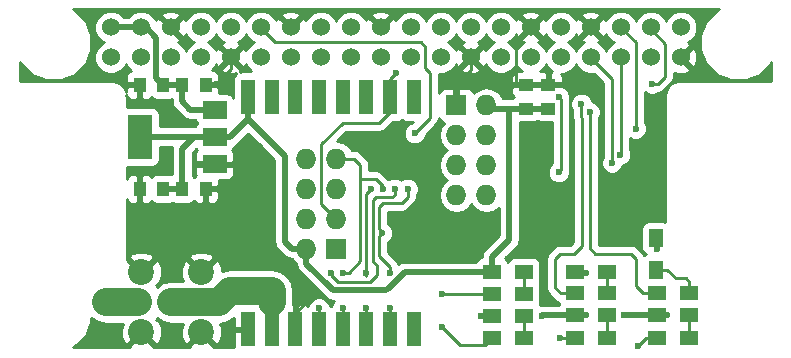
<source format=gtl>
G04 #@! TF.FileFunction,Copper,L1,Top,Signal*
%FSLAX46Y46*%
G04 Gerber Fmt 4.6, Leading zero omitted, Abs format (unit mm)*
G04 Created by KiCad (PCBNEW 4.0.7) date 10/05/17 15:08:01*
%MOMM*%
%LPD*%
G01*
G04 APERTURE LIST*
%ADD10C,0.100000*%
%ADD11C,1.524000*%
%ADD12O,1.727200X1.727200*%
%ADD13R,1.727200X1.727200*%
%ADD14R,1.500000X1.300000*%
%ADD15C,2.200000*%
%ADD16C,2.000000*%
%ADD17C,1.500000*%
%ADD18R,1.200000X3.000000*%
%ADD19R,1.000000X1.250000*%
%ADD20R,2.000000X3.800000*%
%ADD21R,2.000000X1.500000*%
%ADD22R,1.250000X1.000000*%
%ADD23R,1.300000X1.500000*%
%ADD24C,0.600000*%
%ADD25C,0.250000*%
%ADD26C,0.500000*%
%ADD27C,2.400000*%
%ADD28C,0.254000*%
G04 APERTURE END LIST*
D10*
D11*
X124371100Y-106273600D03*
X124371100Y-103733600D03*
X126911100Y-106273600D03*
X126911100Y-103733600D03*
X129451100Y-106273600D03*
X129451100Y-103733600D03*
X131991100Y-106273600D03*
X131991100Y-103733600D03*
X134531100Y-106273600D03*
X134531100Y-103733600D03*
X137071100Y-106273600D03*
X137071100Y-103733600D03*
X139611100Y-106273600D03*
X139611100Y-103733600D03*
X142151100Y-106273600D03*
X142151100Y-103733600D03*
X144691100Y-106273600D03*
X144691100Y-103733600D03*
X147231100Y-106273600D03*
X147231100Y-103733600D03*
X149771100Y-106273600D03*
X149771100Y-103733600D03*
X152311100Y-106273600D03*
X152311100Y-103733600D03*
X154851100Y-106273600D03*
X154851100Y-103733600D03*
X157391100Y-106273600D03*
X157391100Y-103733600D03*
X159931100Y-106273600D03*
X159931100Y-103733600D03*
X162471100Y-106273600D03*
X162471100Y-103733600D03*
X165011100Y-106273600D03*
X165011100Y-103733600D03*
X167551100Y-106273600D03*
X167551100Y-103733600D03*
X170091100Y-106273600D03*
X170091100Y-103733600D03*
X172631100Y-106273600D03*
X172631100Y-103733600D03*
D12*
X143476000Y-114856000D03*
X140936000Y-114856000D03*
X143476000Y-117396000D03*
X140936000Y-117396000D03*
X143476000Y-119936000D03*
X140936000Y-119936000D03*
D13*
X143476000Y-122476000D03*
D12*
X140936000Y-122476000D03*
D14*
X156650000Y-130000000D03*
X159350000Y-130000000D03*
X163650000Y-130000000D03*
X166350000Y-130000000D03*
X170650000Y-130000000D03*
X173350000Y-130000000D03*
D15*
X126960000Y-129540000D03*
X126960000Y-124460000D03*
X132040000Y-124460000D03*
X132040000Y-129540000D03*
D16*
X129500000Y-127000000D03*
D14*
X156650000Y-128150000D03*
X159350000Y-128150000D03*
X163650000Y-128100000D03*
X166350000Y-128100000D03*
X170650000Y-128100000D03*
X173350000Y-128100000D03*
X126650000Y-127000000D03*
X129350000Y-127000000D03*
D17*
X123950000Y-127000000D03*
D18*
X150000000Y-109600000D03*
X148000000Y-109600000D03*
X146000000Y-109600000D03*
X144000000Y-109600000D03*
X142000000Y-109600000D03*
X140000000Y-109600000D03*
X138000000Y-109600000D03*
X136000000Y-109600000D03*
X136000000Y-129300000D03*
X138000000Y-129300000D03*
X140000000Y-129300000D03*
X142000000Y-129300000D03*
X144000000Y-129300000D03*
X146000000Y-129300000D03*
X148000000Y-129300000D03*
X150000000Y-129300000D03*
D19*
X130400000Y-108600000D03*
X132400000Y-108600000D03*
X128800000Y-108600000D03*
X126800000Y-108600000D03*
X130400000Y-117400000D03*
X132400000Y-117400000D03*
X128800000Y-117400000D03*
X126800000Y-117400000D03*
D20*
X126850000Y-113000000D03*
D21*
X133150000Y-113000000D03*
X133150000Y-110700000D03*
X133150000Y-115300000D03*
D22*
X159500000Y-110600000D03*
X159500000Y-108600000D03*
X161400000Y-110600000D03*
X161400000Y-108600000D03*
D12*
X153624000Y-117944000D03*
X156164000Y-117944000D03*
X153624000Y-115404000D03*
X156164000Y-115404000D03*
X153624000Y-112864000D03*
X156164000Y-112864000D03*
D13*
X153624000Y-110324000D03*
D12*
X156164000Y-110324000D03*
D14*
X156650000Y-126300000D03*
X159350000Y-126300000D03*
X163650000Y-126250000D03*
X166350000Y-126250000D03*
X170650000Y-126250000D03*
X173350000Y-126250000D03*
X156650000Y-124450000D03*
X159350000Y-124450000D03*
X163650000Y-124400000D03*
X166350000Y-124400000D03*
D23*
X170550000Y-121550000D03*
X170550000Y-124250000D03*
D24*
X152400000Y-129100000D03*
X150100000Y-112700000D03*
X162400000Y-130000000D03*
X169000000Y-130700000D03*
X163000000Y-108600000D03*
X133604000Y-117348000D03*
X140900000Y-126000000D03*
X126000000Y-108600000D03*
X133400000Y-108500000D03*
X131500000Y-115300000D03*
X126800000Y-116100000D03*
X134400000Y-129400000D03*
X145700000Y-113000000D03*
X164600000Y-124500000D03*
X170600000Y-122500000D03*
X171500000Y-128100000D03*
X167800000Y-128100000D03*
X164600000Y-128100000D03*
X160850000Y-128150000D03*
X155700000Y-128150000D03*
X155700000Y-124450000D03*
X146000000Y-127500000D03*
X146000000Y-124500000D03*
X146400000Y-117400000D03*
X144000000Y-127500000D03*
X147400000Y-117400000D03*
X144000000Y-124500000D03*
X148500000Y-107600000D03*
X142000000Y-127500000D03*
X143000000Y-124500000D03*
X148400000Y-117400000D03*
X148000000Y-127500000D03*
X149500000Y-117400000D03*
X148000000Y-124500000D03*
X147350000Y-121150000D03*
X166800000Y-115200000D03*
X167500000Y-114500000D03*
X168800000Y-112300000D03*
X170200000Y-108500000D03*
X162300000Y-116000000D03*
X162300000Y-109600000D03*
X152400000Y-126300000D03*
X164200000Y-110200000D03*
X164900000Y-110900000D03*
D25*
X153900000Y-130600000D02*
X156050000Y-130600000D01*
X152400000Y-129100000D02*
X153900000Y-130600000D01*
X156050000Y-130600000D02*
X156650000Y-130000000D01*
X151400000Y-108200000D02*
X151400000Y-111400000D01*
X151400000Y-111400000D02*
X150100000Y-112700000D01*
X150600000Y-105000000D02*
X151000000Y-105400000D01*
X151400000Y-107600000D02*
X151400000Y-108200000D01*
X151000000Y-107200000D02*
X151400000Y-107600000D01*
X151000000Y-105400000D02*
X151000000Y-107200000D01*
X137071100Y-103771100D02*
X138300000Y-105000000D01*
X138300000Y-105000000D02*
X150600000Y-105000000D01*
X137071100Y-103733600D02*
X137071100Y-103771100D01*
X159350000Y-128150000D02*
X159350000Y-130000000D01*
X162400000Y-130000000D02*
X163650000Y-130000000D01*
X166350000Y-128100000D02*
X166350000Y-130000000D01*
X169700000Y-130000000D02*
X170650000Y-130000000D01*
X169000000Y-130700000D02*
X169700000Y-130000000D01*
X173350000Y-128100000D02*
X173350000Y-130000000D01*
X161400000Y-108600000D02*
X163000000Y-108600000D01*
X159931100Y-103733600D02*
X159866400Y-103733600D01*
X159866400Y-103733600D02*
X158700000Y-104900000D01*
X158700000Y-104900000D02*
X158700000Y-108600000D01*
X159500000Y-108600000D02*
X158700000Y-108600000D01*
X158700000Y-108600000D02*
X153624000Y-108600000D01*
X153624000Y-108600000D02*
X153700000Y-108676000D01*
X153700000Y-108676000D02*
X153700000Y-108800000D01*
X153700000Y-108800000D02*
X153624000Y-108800000D01*
D26*
X161400000Y-108600000D02*
X159500000Y-108600000D01*
D25*
X154851100Y-106273600D02*
X154851100Y-107348900D01*
X154851100Y-107348900D02*
X153624000Y-108576000D01*
X153624000Y-108576000D02*
X153624000Y-108800000D01*
D26*
X153624000Y-108800000D02*
X153624000Y-110324000D01*
X132400000Y-117400000D02*
X133552000Y-117400000D01*
D25*
X133552000Y-117400000D02*
X133604000Y-117348000D01*
D26*
X140950000Y-126050000D02*
X140950000Y-126950000D01*
X140900000Y-126000000D02*
X140950000Y-126050000D01*
D25*
X126800000Y-108600000D02*
X126000000Y-108600000D01*
X133400000Y-108500000D02*
X133350000Y-108450000D01*
X133350000Y-108450000D02*
X133400000Y-108500000D01*
X133400000Y-108500000D02*
X133400000Y-108400000D01*
D26*
X133150000Y-115300000D02*
X131500000Y-115300000D01*
D25*
X126800000Y-117400000D02*
X126800000Y-116100000D01*
X136000000Y-129300000D02*
X134500000Y-129300000D01*
X134500000Y-129300000D02*
X134400000Y-129400000D01*
X132400000Y-108600000D02*
X133200000Y-108600000D01*
X134531100Y-107268900D02*
X134531100Y-106273600D01*
X133200000Y-108600000D02*
X133400000Y-108400000D01*
X133400000Y-108400000D02*
X134531100Y-107268900D01*
X136000000Y-129300000D02*
X136000000Y-128100000D01*
X136000000Y-129300000D02*
X136000000Y-128400000D01*
X140000000Y-129300000D02*
X140000000Y-127900000D01*
X140000000Y-127900000D02*
X140950000Y-126950000D01*
X140950000Y-126950000D02*
X141400000Y-126500000D01*
D27*
X134450000Y-126050000D02*
X138000000Y-126050000D01*
X138000000Y-126050000D02*
X138000000Y-127000000D01*
D25*
X138000000Y-127000000D02*
X138000000Y-129300000D01*
D27*
X129500000Y-127000000D02*
X133000000Y-127000000D01*
X133000000Y-127000000D02*
X133500000Y-127000000D01*
X133500000Y-127000000D02*
X134450000Y-126050000D01*
D25*
X138000000Y-128000000D02*
X138000000Y-129300000D01*
D26*
X143000000Y-125800000D02*
X143200000Y-126000000D01*
X147700000Y-126000000D02*
X147900000Y-125800000D01*
X143200000Y-126000000D02*
X147700000Y-126000000D01*
D25*
X163650000Y-124400000D02*
X164500000Y-124400000D01*
X164500000Y-124400000D02*
X164600000Y-124500000D01*
D26*
X126850000Y-113000000D02*
X133150000Y-113000000D01*
X158100000Y-110600000D02*
X158100000Y-121700000D01*
X158100000Y-121700000D02*
X156650000Y-123150000D01*
X156650000Y-123150000D02*
X156650000Y-124450000D01*
D25*
X170650000Y-128100000D02*
X171500000Y-128100000D01*
X170550000Y-122450000D02*
X170550000Y-121550000D01*
X170600000Y-122500000D02*
X170550000Y-122450000D01*
D26*
X147900000Y-125800000D02*
X149250000Y-124450000D01*
X149250000Y-124450000D02*
X155700000Y-124450000D01*
X140936000Y-122476000D02*
X140936000Y-123736000D01*
X140936000Y-123736000D02*
X143000000Y-125800000D01*
D25*
X163650000Y-128100000D02*
X164600000Y-128100000D01*
D26*
X167800000Y-128100000D02*
X170650000Y-128100000D01*
X160900000Y-128100000D02*
X163650000Y-128100000D01*
D25*
X160850000Y-128150000D02*
X160900000Y-128100000D01*
X156650000Y-124450000D02*
X155700000Y-124450000D01*
D26*
X155700000Y-128150000D02*
X156650000Y-128150000D01*
X159500000Y-110600000D02*
X158100000Y-110600000D01*
X158100000Y-110600000D02*
X156440000Y-110600000D01*
D25*
X156440000Y-110600000D02*
X156164000Y-110324000D01*
D26*
X161400000Y-110600000D02*
X159500000Y-110600000D01*
X130400000Y-117400000D02*
X130400000Y-114000000D01*
X130400000Y-114000000D02*
X131400000Y-113000000D01*
X131400000Y-113000000D02*
X133150000Y-113000000D01*
X128800000Y-117400000D02*
X130400000Y-117400000D01*
X133150000Y-113000000D02*
X134500000Y-113000000D01*
X134500000Y-113000000D02*
X136000000Y-111500000D01*
X136000000Y-109600000D02*
X136000000Y-111500000D01*
X136000000Y-111500000D02*
X137600000Y-113100000D01*
X139676000Y-122476000D02*
X140936000Y-122476000D01*
X139100000Y-121900000D02*
X139676000Y-122476000D01*
X139100000Y-114600000D02*
X139100000Y-121900000D01*
X137600000Y-113100000D02*
X139100000Y-114600000D01*
D25*
X146000000Y-127500000D02*
X146000000Y-129300000D01*
X146000000Y-119600000D02*
X146000000Y-117800000D01*
X146000000Y-117800000D02*
X146400000Y-117400000D01*
X146000000Y-124500000D02*
X146000000Y-124750000D01*
X146000000Y-119600000D02*
X146000000Y-124750000D01*
X144000000Y-127500000D02*
X144000000Y-129300000D01*
X144800000Y-114856000D02*
X144956000Y-114856000D01*
X144956000Y-114856000D02*
X145500000Y-115400000D01*
X147400000Y-117400000D02*
X147400000Y-117200000D01*
X147400000Y-117200000D02*
X146800000Y-116600000D01*
X146800000Y-116600000D02*
X145500000Y-116600000D01*
X144700000Y-114856000D02*
X144800000Y-114856000D01*
X145500000Y-119400000D02*
X145500000Y-116600000D01*
X145500000Y-123500000D02*
X145500000Y-119400000D01*
X144500000Y-124500000D02*
X145500000Y-123500000D01*
X144000000Y-124500000D02*
X144500000Y-124500000D01*
X145500000Y-116600000D02*
X145500000Y-115400000D01*
X144700000Y-114856000D02*
X143476000Y-114856000D01*
X142200000Y-114100000D02*
X142200000Y-113600000D01*
X144000000Y-111800000D02*
X144800000Y-111800000D01*
X142200000Y-113600000D02*
X144000000Y-111800000D01*
X148000000Y-109600000D02*
X148000000Y-110900000D01*
X148000000Y-110900000D02*
X147100000Y-111800000D01*
X147100000Y-111800000D02*
X144800000Y-111800000D01*
X143476000Y-119936000D02*
X143476000Y-119926000D01*
X143476000Y-119926000D02*
X142200000Y-118650000D01*
X142200000Y-118650000D02*
X142200000Y-114100000D01*
X148500000Y-107600000D02*
X148000000Y-108100000D01*
X148000000Y-108100000D02*
X148000000Y-109600000D01*
X142000000Y-127500000D02*
X142000000Y-129300000D01*
X146550000Y-120800000D02*
X146550000Y-118350000D01*
X148400000Y-117900000D02*
X148400000Y-117400000D01*
X148200000Y-118100000D02*
X148400000Y-117900000D01*
X146800000Y-118100000D02*
X148200000Y-118100000D01*
X146550000Y-118350000D02*
X146800000Y-118100000D01*
X146900000Y-124200000D02*
X146900000Y-124700000D01*
X146900000Y-124700000D02*
X146300000Y-125300000D01*
X143000000Y-124500000D02*
X143000000Y-124700000D01*
X146550000Y-123000000D02*
X146550000Y-120800000D01*
X146550000Y-123550000D02*
X146900000Y-123900000D01*
X146900000Y-123900000D02*
X146900000Y-124200000D01*
X146550000Y-123000000D02*
X146550000Y-123550000D01*
X143000000Y-124700000D02*
X143600000Y-125300000D01*
X143600000Y-125300000D02*
X146300000Y-125300000D01*
X146300000Y-125300000D02*
X146900000Y-124700000D01*
X148000000Y-127500000D02*
X148000000Y-129300000D01*
X147350000Y-121050000D02*
X147100000Y-120800000D01*
X147100000Y-120800000D02*
X147100000Y-118900000D01*
X147100000Y-118900000D02*
X147400000Y-118600000D01*
X147400000Y-118600000D02*
X149000000Y-118600000D01*
X149000000Y-118600000D02*
X149500000Y-118100000D01*
X149500000Y-118100000D02*
X149500000Y-117400000D01*
X147350000Y-121150000D02*
X147350000Y-121050000D01*
X148000000Y-124500000D02*
X148000000Y-124000000D01*
X148000000Y-124000000D02*
X147100000Y-123100000D01*
X148000000Y-128000000D02*
X148000000Y-129300000D01*
X147100000Y-121400000D02*
X147100000Y-123100000D01*
X147350000Y-121150000D02*
X147100000Y-121400000D01*
D27*
X126650000Y-127000000D02*
X123950000Y-127000000D01*
D25*
X126911100Y-103733600D02*
X127333600Y-103733600D01*
D26*
X127333600Y-103733600D02*
X128200000Y-104600000D01*
X128200000Y-104600000D02*
X128200000Y-108000000D01*
X128200000Y-108000000D02*
X128800000Y-108600000D01*
X124371100Y-103733600D02*
X126911100Y-103733600D01*
X130400000Y-108600000D02*
X130400000Y-110000000D01*
X130400000Y-110000000D02*
X131100000Y-110700000D01*
X131100000Y-110700000D02*
X133150000Y-110700000D01*
X128800000Y-108600000D02*
X130400000Y-108600000D01*
D25*
X165011100Y-106273600D02*
X165011100Y-106311100D01*
X165011100Y-106311100D02*
X166800000Y-108100000D01*
X166800000Y-108100000D02*
X166800000Y-115200000D01*
X167500000Y-114500000D02*
X167551100Y-114448900D01*
X167551100Y-114448900D02*
X167551100Y-106273600D01*
X167551100Y-103733600D02*
X167551100Y-103751100D01*
X167551100Y-103751100D02*
X168800000Y-105000000D01*
X168800000Y-105000000D02*
X168800000Y-112300000D01*
X170700000Y-108500000D02*
X171300000Y-107900000D01*
X170200000Y-108500000D02*
X170700000Y-108500000D01*
X170091100Y-103733600D02*
X170091100Y-103891100D01*
X170091100Y-103891100D02*
X171300000Y-105100000D01*
X171300000Y-105100000D02*
X171300000Y-107900000D01*
X162500000Y-115800000D02*
X162300000Y-116000000D01*
X162500000Y-109800000D02*
X162500000Y-115800000D01*
X162300000Y-109600000D02*
X162500000Y-109800000D01*
X152400000Y-126300000D02*
X156650000Y-126300000D01*
X159350000Y-124450000D02*
X159350000Y-126300000D01*
X164300000Y-112100000D02*
X164300000Y-111400000D01*
X164300000Y-111400000D02*
X164200000Y-111300000D01*
X164200000Y-111300000D02*
X164200000Y-110200000D01*
X164300000Y-116300000D02*
X164300000Y-122200000D01*
X162000000Y-123300000D02*
X162000000Y-124700000D01*
X162400000Y-122900000D02*
X162000000Y-123300000D01*
X163600000Y-122900000D02*
X162400000Y-122900000D01*
X164300000Y-122200000D02*
X163600000Y-122900000D01*
X164300000Y-116300000D02*
X164300000Y-112100000D01*
X162000000Y-124700000D02*
X162000000Y-125800000D01*
X162000000Y-125800000D02*
X162450000Y-126250000D01*
X162450000Y-126250000D02*
X163650000Y-126250000D01*
X166350000Y-124400000D02*
X166350000Y-126250000D01*
X164900000Y-117000000D02*
X164900000Y-122400000D01*
X164900000Y-122400000D02*
X165400000Y-122900000D01*
X164900000Y-117000000D02*
X164900000Y-115600000D01*
X165400000Y-122900000D02*
X168400000Y-122900000D01*
X164900000Y-110900000D02*
X164900000Y-115600000D01*
X168400000Y-122900000D02*
X168800000Y-123300000D01*
X168800000Y-123300000D02*
X168800000Y-125600000D01*
X168800000Y-125600000D02*
X169450000Y-126250000D01*
X169450000Y-126250000D02*
X170650000Y-126250000D01*
X170550000Y-124250000D02*
X171500000Y-124250000D01*
X173350000Y-125250000D02*
X173350000Y-126250000D01*
X173050000Y-124950000D02*
X173350000Y-125250000D01*
X172200000Y-124950000D02*
X173050000Y-124950000D01*
X171500000Y-124250000D02*
X172200000Y-124950000D01*
D28*
G36*
X134765000Y-129014250D02*
X134923750Y-129173000D01*
X135873000Y-129173000D01*
X135873000Y-129153000D01*
X136127000Y-129153000D01*
X136127000Y-129173000D01*
X136147000Y-129173000D01*
X136147000Y-129427000D01*
X136127000Y-129427000D01*
X136127000Y-129447000D01*
X135873000Y-129447000D01*
X135873000Y-129427000D01*
X134923750Y-129427000D01*
X134765000Y-129585750D01*
X134765000Y-130790000D01*
X133075209Y-130790000D01*
X133085263Y-130764868D01*
X132040000Y-129719605D01*
X130994737Y-130764868D01*
X131004791Y-130790000D01*
X127995209Y-130790000D01*
X128005263Y-130764868D01*
X126960000Y-129719605D01*
X125914737Y-130764868D01*
X125924791Y-130790000D01*
X121194768Y-130790000D01*
X121323832Y-130736672D01*
X122230986Y-129831100D01*
X122722540Y-128647307D01*
X122722804Y-128344544D01*
X123247776Y-128695319D01*
X123950000Y-128835000D01*
X125371539Y-128835000D01*
X125214677Y-129251593D01*
X125237164Y-129941453D01*
X125457901Y-130474359D01*
X125735132Y-130585263D01*
X126780395Y-129540000D01*
X126766253Y-129525858D01*
X126945858Y-129346253D01*
X126960000Y-129360395D01*
X126974143Y-129346253D01*
X127153748Y-129525858D01*
X127139605Y-129540000D01*
X128184868Y-130585263D01*
X128462099Y-130474359D01*
X128705323Y-129828407D01*
X128682836Y-129138547D01*
X128462099Y-128605641D01*
X128184870Y-128494738D01*
X128298910Y-128380698D01*
X128242523Y-128324311D01*
X128797776Y-128695319D01*
X129500000Y-128835000D01*
X130451539Y-128835000D01*
X130294677Y-129251593D01*
X130317164Y-129941453D01*
X130537901Y-130474359D01*
X130815132Y-130585263D01*
X131860395Y-129540000D01*
X131846253Y-129525858D01*
X132025858Y-129346253D01*
X132040000Y-129360395D01*
X132054143Y-129346253D01*
X132233748Y-129525858D01*
X132219605Y-129540000D01*
X133264868Y-130585263D01*
X133542099Y-130474359D01*
X133785323Y-129828407D01*
X133762836Y-129138547D01*
X133626666Y-128809805D01*
X134202224Y-128695319D01*
X134765000Y-128319284D01*
X134765000Y-129014250D01*
X134765000Y-129014250D01*
G37*
X134765000Y-129014250D02*
X134923750Y-129173000D01*
X135873000Y-129173000D01*
X135873000Y-129153000D01*
X136127000Y-129153000D01*
X136127000Y-129173000D01*
X136147000Y-129173000D01*
X136147000Y-129427000D01*
X136127000Y-129427000D01*
X136127000Y-129447000D01*
X135873000Y-129447000D01*
X135873000Y-129427000D01*
X134923750Y-129427000D01*
X134765000Y-129585750D01*
X134765000Y-130790000D01*
X133075209Y-130790000D01*
X133085263Y-130764868D01*
X132040000Y-129719605D01*
X130994737Y-130764868D01*
X131004791Y-130790000D01*
X127995209Y-130790000D01*
X128005263Y-130764868D01*
X126960000Y-129719605D01*
X125914737Y-130764868D01*
X125924791Y-130790000D01*
X121194768Y-130790000D01*
X121323832Y-130736672D01*
X122230986Y-129831100D01*
X122722540Y-128647307D01*
X122722804Y-128344544D01*
X123247776Y-128695319D01*
X123950000Y-128835000D01*
X125371539Y-128835000D01*
X125214677Y-129251593D01*
X125237164Y-129941453D01*
X125457901Y-130474359D01*
X125735132Y-130585263D01*
X126780395Y-129540000D01*
X126766253Y-129525858D01*
X126945858Y-129346253D01*
X126960000Y-129360395D01*
X126974143Y-129346253D01*
X127153748Y-129525858D01*
X127139605Y-129540000D01*
X128184868Y-130585263D01*
X128462099Y-130474359D01*
X128705323Y-129828407D01*
X128682836Y-129138547D01*
X128462099Y-128605641D01*
X128184870Y-128494738D01*
X128298910Y-128380698D01*
X128242523Y-128324311D01*
X128797776Y-128695319D01*
X129500000Y-128835000D01*
X130451539Y-128835000D01*
X130294677Y-129251593D01*
X130317164Y-129941453D01*
X130537901Y-130474359D01*
X130815132Y-130585263D01*
X131860395Y-129540000D01*
X131846253Y-129525858D01*
X132025858Y-129346253D01*
X132040000Y-129360395D01*
X132054143Y-129346253D01*
X132233748Y-129525858D01*
X132219605Y-129540000D01*
X133264868Y-130585263D01*
X133542099Y-130474359D01*
X133785323Y-129828407D01*
X133762836Y-129138547D01*
X133626666Y-128809805D01*
X134202224Y-128695319D01*
X134765000Y-128319284D01*
X134765000Y-129014250D01*
G36*
X136974208Y-113725787D02*
X136974210Y-113725790D01*
X138215000Y-114966579D01*
X138215000Y-121899995D01*
X138214999Y-121900000D01*
X138251831Y-122085162D01*
X138282367Y-122238675D01*
X138440942Y-122476000D01*
X138474210Y-122525790D01*
X139050208Y-123101787D01*
X139050210Y-123101790D01*
X139337325Y-123293633D01*
X139362090Y-123298559D01*
X139676000Y-123361001D01*
X139676005Y-123361000D01*
X139740002Y-123361000D01*
X139876330Y-123565029D01*
X140051000Y-123681740D01*
X140051000Y-123735995D01*
X140050999Y-123736000D01*
X140103086Y-123997852D01*
X140118367Y-124074675D01*
X140255824Y-124280395D01*
X140310210Y-124361790D01*
X142374208Y-126425787D01*
X142374210Y-126425790D01*
X142574208Y-126625787D01*
X142574210Y-126625790D01*
X142861325Y-126817633D01*
X142917516Y-126828810D01*
X143200000Y-126885001D01*
X143200005Y-126885000D01*
X143292629Y-126885000D01*
X143207808Y-126969673D01*
X143094811Y-127241800D01*
X142998523Y-127303759D01*
X142903861Y-127239080D01*
X142793117Y-126971057D01*
X142530327Y-126707808D01*
X142186799Y-126565162D01*
X141814833Y-126564838D01*
X141471057Y-126706883D01*
X141207808Y-126969673D01*
X141094811Y-127241800D01*
X141000508Y-127302482D01*
X140959699Y-127261673D01*
X140726310Y-127165000D01*
X140285750Y-127165000D01*
X140127000Y-127323750D01*
X140127000Y-129173000D01*
X140147000Y-129173000D01*
X140147000Y-129427000D01*
X140127000Y-129427000D01*
X140127000Y-129447000D01*
X139873000Y-129447000D01*
X139873000Y-129427000D01*
X139853000Y-129427000D01*
X139853000Y-129173000D01*
X139873000Y-129173000D01*
X139873000Y-127323750D01*
X139787591Y-127238341D01*
X139835000Y-127000000D01*
X139835000Y-126050000D01*
X139695319Y-125347776D01*
X139297541Y-124752459D01*
X138702224Y-124354681D01*
X138000000Y-124215000D01*
X134450000Y-124215000D01*
X133772330Y-124349797D01*
X133762836Y-124058547D01*
X133542099Y-123525641D01*
X133264868Y-123414737D01*
X132219605Y-124460000D01*
X132233748Y-124474143D01*
X132054143Y-124653748D01*
X132040000Y-124639605D01*
X132025858Y-124653748D01*
X131846253Y-124474143D01*
X131860395Y-124460000D01*
X130815132Y-123414737D01*
X130537901Y-123525641D01*
X130294677Y-124171593D01*
X130317164Y-124861453D01*
X130442897Y-125165000D01*
X129500000Y-125165000D01*
X128797776Y-125304681D01*
X128242523Y-125675689D01*
X128298910Y-125619302D01*
X128184870Y-125505262D01*
X128462099Y-125394359D01*
X128705323Y-124748407D01*
X128682836Y-124058547D01*
X128462099Y-123525641D01*
X128184868Y-123414737D01*
X127139605Y-124460000D01*
X127153748Y-124474143D01*
X126974143Y-124653748D01*
X126960000Y-124639605D01*
X126945858Y-124653748D01*
X126766253Y-124474143D01*
X126780395Y-124460000D01*
X125735132Y-123414737D01*
X125710000Y-123424791D01*
X125710000Y-123235132D01*
X125914737Y-123235132D01*
X126960000Y-124280395D01*
X128005263Y-123235132D01*
X130994737Y-123235132D01*
X132040000Y-124280395D01*
X133085263Y-123235132D01*
X132974359Y-122957901D01*
X132328407Y-122714677D01*
X131638547Y-122737164D01*
X131105641Y-122957901D01*
X130994737Y-123235132D01*
X128005263Y-123235132D01*
X127894359Y-122957901D01*
X127248407Y-122714677D01*
X126558547Y-122737164D01*
X126025641Y-122957901D01*
X125914737Y-123235132D01*
X125710000Y-123235132D01*
X125710000Y-118259949D01*
X125761673Y-118384699D01*
X125940302Y-118563327D01*
X126173691Y-118660000D01*
X126514250Y-118660000D01*
X126673000Y-118501250D01*
X126673000Y-117527000D01*
X126653000Y-117527000D01*
X126653000Y-117273000D01*
X126673000Y-117273000D01*
X126673000Y-116298750D01*
X126514250Y-116140000D01*
X126173691Y-116140000D01*
X125940302Y-116236673D01*
X125761673Y-116415301D01*
X125710000Y-116540051D01*
X125710000Y-115519089D01*
X125850000Y-115547440D01*
X127850000Y-115547440D01*
X128085317Y-115503162D01*
X128301441Y-115364090D01*
X128446431Y-115151890D01*
X128497440Y-114900000D01*
X128497440Y-113885000D01*
X129537874Y-113885000D01*
X129514999Y-114000000D01*
X129515000Y-114000005D01*
X129515000Y-116171099D01*
X129300000Y-116127560D01*
X128300000Y-116127560D01*
X128064683Y-116171838D01*
X127848559Y-116310910D01*
X127802031Y-116379006D01*
X127659698Y-116236673D01*
X127426309Y-116140000D01*
X127085750Y-116140000D01*
X126927000Y-116298750D01*
X126927000Y-117273000D01*
X126947000Y-117273000D01*
X126947000Y-117527000D01*
X126927000Y-117527000D01*
X126927000Y-118501250D01*
X127085750Y-118660000D01*
X127426309Y-118660000D01*
X127659698Y-118563327D01*
X127800936Y-118422090D01*
X127835910Y-118476441D01*
X128048110Y-118621431D01*
X128300000Y-118672440D01*
X129300000Y-118672440D01*
X129535317Y-118628162D01*
X129598478Y-118587519D01*
X129648110Y-118621431D01*
X129900000Y-118672440D01*
X130900000Y-118672440D01*
X131135317Y-118628162D01*
X131351441Y-118489090D01*
X131397969Y-118420994D01*
X131540302Y-118563327D01*
X131773691Y-118660000D01*
X132114250Y-118660000D01*
X132273000Y-118501250D01*
X132273000Y-117527000D01*
X132527000Y-117527000D01*
X132527000Y-118501250D01*
X132685750Y-118660000D01*
X133026309Y-118660000D01*
X133259698Y-118563327D01*
X133438327Y-118384699D01*
X133535000Y-118151310D01*
X133535000Y-117685750D01*
X133376250Y-117527000D01*
X132527000Y-117527000D01*
X132273000Y-117527000D01*
X132253000Y-117527000D01*
X132253000Y-117273000D01*
X132273000Y-117273000D01*
X132273000Y-117253000D01*
X132527000Y-117253000D01*
X132527000Y-117273000D01*
X133376250Y-117273000D01*
X133535000Y-117114250D01*
X133535000Y-116685000D01*
X134276309Y-116685000D01*
X134509698Y-116588327D01*
X134688327Y-116409699D01*
X134785000Y-116176310D01*
X134785000Y-115585750D01*
X134626250Y-115427000D01*
X133277000Y-115427000D01*
X133277000Y-115447000D01*
X133023000Y-115447000D01*
X133023000Y-115427000D01*
X131673750Y-115427000D01*
X131515000Y-115585750D01*
X131515000Y-116176310D01*
X131540091Y-116236884D01*
X131399064Y-116377910D01*
X131364090Y-116323559D01*
X131285000Y-116269519D01*
X131285000Y-114366580D01*
X131593597Y-114057982D01*
X131652482Y-114149492D01*
X131611673Y-114190301D01*
X131515000Y-114423690D01*
X131515000Y-115014250D01*
X131673750Y-115173000D01*
X133023000Y-115173000D01*
X133023000Y-115153000D01*
X133277000Y-115153000D01*
X133277000Y-115173000D01*
X134626250Y-115173000D01*
X134785000Y-115014250D01*
X134785000Y-114423690D01*
X134688327Y-114190301D01*
X134646366Y-114148340D01*
X134746431Y-114001890D01*
X134781438Y-113829018D01*
X134782484Y-113828810D01*
X134838675Y-113817633D01*
X135125790Y-113625790D01*
X136000000Y-112751580D01*
X136974208Y-113725787D01*
X136974208Y-113725787D01*
G37*
X136974208Y-113725787D02*
X136974210Y-113725790D01*
X138215000Y-114966579D01*
X138215000Y-121899995D01*
X138214999Y-121900000D01*
X138251831Y-122085162D01*
X138282367Y-122238675D01*
X138440942Y-122476000D01*
X138474210Y-122525790D01*
X139050208Y-123101787D01*
X139050210Y-123101790D01*
X139337325Y-123293633D01*
X139362090Y-123298559D01*
X139676000Y-123361001D01*
X139676005Y-123361000D01*
X139740002Y-123361000D01*
X139876330Y-123565029D01*
X140051000Y-123681740D01*
X140051000Y-123735995D01*
X140050999Y-123736000D01*
X140103086Y-123997852D01*
X140118367Y-124074675D01*
X140255824Y-124280395D01*
X140310210Y-124361790D01*
X142374208Y-126425787D01*
X142374210Y-126425790D01*
X142574208Y-126625787D01*
X142574210Y-126625790D01*
X142861325Y-126817633D01*
X142917516Y-126828810D01*
X143200000Y-126885001D01*
X143200005Y-126885000D01*
X143292629Y-126885000D01*
X143207808Y-126969673D01*
X143094811Y-127241800D01*
X142998523Y-127303759D01*
X142903861Y-127239080D01*
X142793117Y-126971057D01*
X142530327Y-126707808D01*
X142186799Y-126565162D01*
X141814833Y-126564838D01*
X141471057Y-126706883D01*
X141207808Y-126969673D01*
X141094811Y-127241800D01*
X141000508Y-127302482D01*
X140959699Y-127261673D01*
X140726310Y-127165000D01*
X140285750Y-127165000D01*
X140127000Y-127323750D01*
X140127000Y-129173000D01*
X140147000Y-129173000D01*
X140147000Y-129427000D01*
X140127000Y-129427000D01*
X140127000Y-129447000D01*
X139873000Y-129447000D01*
X139873000Y-129427000D01*
X139853000Y-129427000D01*
X139853000Y-129173000D01*
X139873000Y-129173000D01*
X139873000Y-127323750D01*
X139787591Y-127238341D01*
X139835000Y-127000000D01*
X139835000Y-126050000D01*
X139695319Y-125347776D01*
X139297541Y-124752459D01*
X138702224Y-124354681D01*
X138000000Y-124215000D01*
X134450000Y-124215000D01*
X133772330Y-124349797D01*
X133762836Y-124058547D01*
X133542099Y-123525641D01*
X133264868Y-123414737D01*
X132219605Y-124460000D01*
X132233748Y-124474143D01*
X132054143Y-124653748D01*
X132040000Y-124639605D01*
X132025858Y-124653748D01*
X131846253Y-124474143D01*
X131860395Y-124460000D01*
X130815132Y-123414737D01*
X130537901Y-123525641D01*
X130294677Y-124171593D01*
X130317164Y-124861453D01*
X130442897Y-125165000D01*
X129500000Y-125165000D01*
X128797776Y-125304681D01*
X128242523Y-125675689D01*
X128298910Y-125619302D01*
X128184870Y-125505262D01*
X128462099Y-125394359D01*
X128705323Y-124748407D01*
X128682836Y-124058547D01*
X128462099Y-123525641D01*
X128184868Y-123414737D01*
X127139605Y-124460000D01*
X127153748Y-124474143D01*
X126974143Y-124653748D01*
X126960000Y-124639605D01*
X126945858Y-124653748D01*
X126766253Y-124474143D01*
X126780395Y-124460000D01*
X125735132Y-123414737D01*
X125710000Y-123424791D01*
X125710000Y-123235132D01*
X125914737Y-123235132D01*
X126960000Y-124280395D01*
X128005263Y-123235132D01*
X130994737Y-123235132D01*
X132040000Y-124280395D01*
X133085263Y-123235132D01*
X132974359Y-122957901D01*
X132328407Y-122714677D01*
X131638547Y-122737164D01*
X131105641Y-122957901D01*
X130994737Y-123235132D01*
X128005263Y-123235132D01*
X127894359Y-122957901D01*
X127248407Y-122714677D01*
X126558547Y-122737164D01*
X126025641Y-122957901D01*
X125914737Y-123235132D01*
X125710000Y-123235132D01*
X125710000Y-118259949D01*
X125761673Y-118384699D01*
X125940302Y-118563327D01*
X126173691Y-118660000D01*
X126514250Y-118660000D01*
X126673000Y-118501250D01*
X126673000Y-117527000D01*
X126653000Y-117527000D01*
X126653000Y-117273000D01*
X126673000Y-117273000D01*
X126673000Y-116298750D01*
X126514250Y-116140000D01*
X126173691Y-116140000D01*
X125940302Y-116236673D01*
X125761673Y-116415301D01*
X125710000Y-116540051D01*
X125710000Y-115519089D01*
X125850000Y-115547440D01*
X127850000Y-115547440D01*
X128085317Y-115503162D01*
X128301441Y-115364090D01*
X128446431Y-115151890D01*
X128497440Y-114900000D01*
X128497440Y-113885000D01*
X129537874Y-113885000D01*
X129514999Y-114000000D01*
X129515000Y-114000005D01*
X129515000Y-116171099D01*
X129300000Y-116127560D01*
X128300000Y-116127560D01*
X128064683Y-116171838D01*
X127848559Y-116310910D01*
X127802031Y-116379006D01*
X127659698Y-116236673D01*
X127426309Y-116140000D01*
X127085750Y-116140000D01*
X126927000Y-116298750D01*
X126927000Y-117273000D01*
X126947000Y-117273000D01*
X126947000Y-117527000D01*
X126927000Y-117527000D01*
X126927000Y-118501250D01*
X127085750Y-118660000D01*
X127426309Y-118660000D01*
X127659698Y-118563327D01*
X127800936Y-118422090D01*
X127835910Y-118476441D01*
X128048110Y-118621431D01*
X128300000Y-118672440D01*
X129300000Y-118672440D01*
X129535317Y-118628162D01*
X129598478Y-118587519D01*
X129648110Y-118621431D01*
X129900000Y-118672440D01*
X130900000Y-118672440D01*
X131135317Y-118628162D01*
X131351441Y-118489090D01*
X131397969Y-118420994D01*
X131540302Y-118563327D01*
X131773691Y-118660000D01*
X132114250Y-118660000D01*
X132273000Y-118501250D01*
X132273000Y-117527000D01*
X132527000Y-117527000D01*
X132527000Y-118501250D01*
X132685750Y-118660000D01*
X133026309Y-118660000D01*
X133259698Y-118563327D01*
X133438327Y-118384699D01*
X133535000Y-118151310D01*
X133535000Y-117685750D01*
X133376250Y-117527000D01*
X132527000Y-117527000D01*
X132273000Y-117527000D01*
X132253000Y-117527000D01*
X132253000Y-117273000D01*
X132273000Y-117273000D01*
X132273000Y-117253000D01*
X132527000Y-117253000D01*
X132527000Y-117273000D01*
X133376250Y-117273000D01*
X133535000Y-117114250D01*
X133535000Y-116685000D01*
X134276309Y-116685000D01*
X134509698Y-116588327D01*
X134688327Y-116409699D01*
X134785000Y-116176310D01*
X134785000Y-115585750D01*
X134626250Y-115427000D01*
X133277000Y-115427000D01*
X133277000Y-115447000D01*
X133023000Y-115447000D01*
X133023000Y-115427000D01*
X131673750Y-115427000D01*
X131515000Y-115585750D01*
X131515000Y-116176310D01*
X131540091Y-116236884D01*
X131399064Y-116377910D01*
X131364090Y-116323559D01*
X131285000Y-116269519D01*
X131285000Y-114366580D01*
X131593597Y-114057982D01*
X131652482Y-114149492D01*
X131611673Y-114190301D01*
X131515000Y-114423690D01*
X131515000Y-115014250D01*
X131673750Y-115173000D01*
X133023000Y-115173000D01*
X133023000Y-115153000D01*
X133277000Y-115153000D01*
X133277000Y-115173000D01*
X134626250Y-115173000D01*
X134785000Y-115014250D01*
X134785000Y-114423690D01*
X134688327Y-114190301D01*
X134646366Y-114148340D01*
X134746431Y-114001890D01*
X134781438Y-113829018D01*
X134782484Y-113828810D01*
X134838675Y-113817633D01*
X135125790Y-113625790D01*
X136000000Y-112751580D01*
X136974208Y-113725787D01*
G36*
X175678368Y-102270528D02*
X174771214Y-103176100D01*
X174279660Y-104359893D01*
X174278542Y-105641684D01*
X174768028Y-106826332D01*
X175673600Y-107733486D01*
X176857393Y-108225040D01*
X178139184Y-108226158D01*
X179323832Y-107736672D01*
X180230986Y-106831100D01*
X180290000Y-106688979D01*
X180290000Y-108290000D01*
X172500000Y-108290000D01*
X172431416Y-108303642D01*
X172170145Y-108341702D01*
X171914204Y-108447716D01*
X171914203Y-108447717D01*
X171914200Y-108447718D01*
X171751989Y-108556105D01*
X171648096Y-108660000D01*
X171556105Y-108751990D01*
X171447718Y-108914200D01*
X171447717Y-108914203D01*
X171447716Y-108914204D01*
X171341702Y-109170144D01*
X171303642Y-109361487D01*
X171303642Y-109431416D01*
X171290000Y-109500000D01*
X171290000Y-120170785D01*
X171200000Y-120152560D01*
X169900000Y-120152560D01*
X169664683Y-120196838D01*
X169448559Y-120335910D01*
X169303569Y-120548110D01*
X169252560Y-120800000D01*
X169252560Y-122300000D01*
X169296838Y-122535317D01*
X169435910Y-122751441D01*
X169648110Y-122896431D01*
X169661197Y-122899081D01*
X169498534Y-123003752D01*
X169337401Y-122762599D01*
X168937401Y-122362599D01*
X168690839Y-122197852D01*
X168400000Y-122140000D01*
X165714802Y-122140000D01*
X165660000Y-122085198D01*
X165660000Y-111462463D01*
X165692192Y-111430327D01*
X165834838Y-111086799D01*
X165835162Y-110714833D01*
X165693117Y-110371057D01*
X165430327Y-110107808D01*
X165120404Y-109979116D01*
X164993117Y-109671057D01*
X164730327Y-109407808D01*
X164386799Y-109265162D01*
X164014833Y-109264838D01*
X163671057Y-109406883D01*
X163407808Y-109669673D01*
X163265162Y-110013201D01*
X163264838Y-110385167D01*
X163406883Y-110728943D01*
X163440000Y-110762118D01*
X163440000Y-111300000D01*
X163497852Y-111590839D01*
X163540000Y-111653918D01*
X163540000Y-121885197D01*
X163285198Y-122140000D01*
X162400000Y-122140000D01*
X162157414Y-122188254D01*
X162109160Y-122197852D01*
X161862599Y-122362599D01*
X161462599Y-122762599D01*
X161297852Y-123009161D01*
X161240000Y-123300000D01*
X161240000Y-125800000D01*
X161297852Y-126090839D01*
X161462599Y-126337401D01*
X161912599Y-126787401D01*
X162159161Y-126952148D01*
X162266386Y-126973476D01*
X162296838Y-127135317D01*
X162320912Y-127172728D01*
X162303569Y-127198110D01*
X162300149Y-127215000D01*
X160900000Y-127215000D01*
X160899786Y-127215043D01*
X160687570Y-127214858D01*
X160696431Y-127201890D01*
X160747440Y-126950000D01*
X160747440Y-125650000D01*
X160703162Y-125414683D01*
X160679088Y-125377272D01*
X160696431Y-125351890D01*
X160747440Y-125100000D01*
X160747440Y-123800000D01*
X160703162Y-123564683D01*
X160564090Y-123348559D01*
X160351890Y-123203569D01*
X160100000Y-123152560D01*
X158600000Y-123152560D01*
X158364683Y-123196838D01*
X158148559Y-123335910D01*
X158003569Y-123548110D01*
X158000919Y-123561197D01*
X157864090Y-123348559D01*
X157768402Y-123283178D01*
X158725787Y-122325792D01*
X158725790Y-122325790D01*
X158917633Y-122038675D01*
X158943395Y-121909161D01*
X158985001Y-121700000D01*
X158985000Y-121699995D01*
X158985000Y-111747440D01*
X160125000Y-111747440D01*
X160360317Y-111703162D01*
X160449228Y-111645949D01*
X160523110Y-111696431D01*
X160775000Y-111747440D01*
X161740000Y-111747440D01*
X161740000Y-115237886D01*
X161507808Y-115469673D01*
X161365162Y-115813201D01*
X161364838Y-116185167D01*
X161506883Y-116528943D01*
X161769673Y-116792192D01*
X162113201Y-116934838D01*
X162485167Y-116935162D01*
X162828943Y-116793117D01*
X163092192Y-116530327D01*
X163234838Y-116186799D01*
X163235066Y-115925352D01*
X163260000Y-115800000D01*
X163260000Y-109800000D01*
X163234936Y-109673997D01*
X163235162Y-109414833D01*
X163093117Y-109071057D01*
X162830327Y-108807808D01*
X162486799Y-108665162D01*
X162114833Y-108664838D01*
X161964389Y-108727000D01*
X161527000Y-108727000D01*
X161527000Y-108747000D01*
X161273000Y-108747000D01*
X161273000Y-108727000D01*
X159627000Y-108727000D01*
X159627000Y-108747000D01*
X159373000Y-108747000D01*
X159373000Y-108727000D01*
X158398750Y-108727000D01*
X158240000Y-108885750D01*
X158240000Y-109226309D01*
X158336673Y-109459698D01*
X158477910Y-109600936D01*
X158423559Y-109635910D01*
X158369519Y-109715000D01*
X157544415Y-109715000D01*
X157223670Y-109234971D01*
X156737489Y-108910115D01*
X156164000Y-108796041D01*
X155590511Y-108910115D01*
X155104330Y-109234971D01*
X155090263Y-109256023D01*
X155025927Y-109100702D01*
X154847299Y-108922073D01*
X154613910Y-108825400D01*
X153909750Y-108825400D01*
X153751000Y-108984150D01*
X153751000Y-110197000D01*
X153771000Y-110197000D01*
X153771000Y-110451000D01*
X153751000Y-110451000D01*
X153751000Y-110471000D01*
X153497000Y-110471000D01*
X153497000Y-110451000D01*
X153477000Y-110451000D01*
X153477000Y-110197000D01*
X153497000Y-110197000D01*
X153497000Y-108984150D01*
X153338250Y-108825400D01*
X152634090Y-108825400D01*
X152400701Y-108922073D01*
X152222073Y-109100702D01*
X152160000Y-109250559D01*
X152160000Y-107670469D01*
X152587761Y-107670842D01*
X153101403Y-107458610D01*
X153306557Y-107253813D01*
X154050492Y-107253813D01*
X154119957Y-107495997D01*
X154643402Y-107682744D01*
X155198468Y-107654962D01*
X155582243Y-107495997D01*
X155651708Y-107253813D01*
X154851100Y-106453205D01*
X154050492Y-107253813D01*
X153306557Y-107253813D01*
X153494729Y-107065970D01*
X153574495Y-106873873D01*
X153628703Y-107004743D01*
X153870887Y-107074208D01*
X154671495Y-106273600D01*
X153870887Y-105472992D01*
X153628703Y-105542457D01*
X153578591Y-105682918D01*
X153496110Y-105483297D01*
X153103470Y-105089971D01*
X152895588Y-105003651D01*
X153101403Y-104918610D01*
X153494729Y-104525970D01*
X153581049Y-104318088D01*
X153666090Y-104523903D01*
X154058730Y-104917229D01*
X154250827Y-104996995D01*
X154119957Y-105051203D01*
X154050492Y-105293387D01*
X154851100Y-106093995D01*
X155651708Y-105293387D01*
X155582243Y-105051203D01*
X155441782Y-105001091D01*
X155641403Y-104918610D01*
X156034729Y-104525970D01*
X156121049Y-104318088D01*
X156206090Y-104523903D01*
X156598730Y-104917229D01*
X156806612Y-105003549D01*
X156600797Y-105088590D01*
X156207471Y-105481230D01*
X156127705Y-105673327D01*
X156073497Y-105542457D01*
X155831313Y-105472992D01*
X155030705Y-106273600D01*
X155831313Y-107074208D01*
X156073497Y-107004743D01*
X156123609Y-106864282D01*
X156206090Y-107063903D01*
X156598730Y-107457229D01*
X157112000Y-107670357D01*
X157667761Y-107670842D01*
X158181403Y-107458610D01*
X158574729Y-107065970D01*
X158661049Y-106858088D01*
X158746090Y-107063903D01*
X159138730Y-107457229D01*
X159157445Y-107465000D01*
X158748690Y-107465000D01*
X158515301Y-107561673D01*
X158336673Y-107740302D01*
X158240000Y-107973691D01*
X158240000Y-108314250D01*
X158398750Y-108473000D01*
X159373000Y-108473000D01*
X159373000Y-108453000D01*
X159627000Y-108453000D01*
X159627000Y-108473000D01*
X161273000Y-108473000D01*
X161273000Y-107623750D01*
X161114250Y-107465000D01*
X160705938Y-107465000D01*
X160721403Y-107458610D01*
X161114729Y-107065970D01*
X161201049Y-106858088D01*
X161286090Y-107063903D01*
X161678730Y-107457229D01*
X161697445Y-107465000D01*
X161685750Y-107465000D01*
X161527000Y-107623750D01*
X161527000Y-108473000D01*
X162501250Y-108473000D01*
X162660000Y-108314250D01*
X162660000Y-107973691D01*
X162563327Y-107740302D01*
X162493646Y-107670620D01*
X162747761Y-107670842D01*
X163261403Y-107458610D01*
X163654729Y-107065970D01*
X163741049Y-106858088D01*
X163826090Y-107063903D01*
X164218730Y-107457229D01*
X164732000Y-107670357D01*
X165287761Y-107670842D01*
X165293619Y-107668421D01*
X166040000Y-108414802D01*
X166040000Y-114637537D01*
X166007808Y-114669673D01*
X165865162Y-115013201D01*
X165864838Y-115385167D01*
X166006883Y-115728943D01*
X166269673Y-115992192D01*
X166613201Y-116134838D01*
X166985167Y-116135162D01*
X167328943Y-115993117D01*
X167592192Y-115730327D01*
X167720884Y-115420404D01*
X168028943Y-115293117D01*
X168292192Y-115030327D01*
X168434838Y-114686799D01*
X168435162Y-114314833D01*
X168311100Y-114014579D01*
X168311100Y-113109394D01*
X168613201Y-113234838D01*
X168985167Y-113235162D01*
X169328943Y-113093117D01*
X169592192Y-112830327D01*
X169734838Y-112486799D01*
X169735162Y-112114833D01*
X169593117Y-111771057D01*
X169560000Y-111737882D01*
X169560000Y-109182327D01*
X169669673Y-109292192D01*
X170013201Y-109434838D01*
X170385167Y-109435162D01*
X170728943Y-109293117D01*
X170777576Y-109244569D01*
X170990839Y-109202148D01*
X171237401Y-109037401D01*
X171837401Y-108437401D01*
X172002148Y-108190839D01*
X172060000Y-107900000D01*
X172060000Y-107553095D01*
X172423402Y-107682744D01*
X172978468Y-107654962D01*
X173362243Y-107495997D01*
X173431708Y-107253813D01*
X172631100Y-106453205D01*
X172616958Y-106467348D01*
X172437353Y-106287743D01*
X172451495Y-106273600D01*
X172810705Y-106273600D01*
X173611313Y-107074208D01*
X173853497Y-107004743D01*
X174040244Y-106481298D01*
X174012462Y-105926232D01*
X173853497Y-105542457D01*
X173611313Y-105472992D01*
X172810705Y-106273600D01*
X172451495Y-106273600D01*
X172437353Y-106259458D01*
X172616958Y-106079853D01*
X172631100Y-106093995D01*
X173431708Y-105293387D01*
X173362243Y-105051203D01*
X173221782Y-105001091D01*
X173421403Y-104918610D01*
X173814729Y-104525970D01*
X174027857Y-104012700D01*
X174028342Y-103456939D01*
X173816110Y-102943297D01*
X173423470Y-102549971D01*
X172910200Y-102336843D01*
X172354439Y-102336358D01*
X171840797Y-102548590D01*
X171447471Y-102941230D01*
X171361151Y-103149112D01*
X171276110Y-102943297D01*
X170883470Y-102549971D01*
X170370200Y-102336843D01*
X169814439Y-102336358D01*
X169300797Y-102548590D01*
X168907471Y-102941230D01*
X168821151Y-103149112D01*
X168736110Y-102943297D01*
X168343470Y-102549971D01*
X167830200Y-102336843D01*
X167274439Y-102336358D01*
X166760797Y-102548590D01*
X166367471Y-102941230D01*
X166287705Y-103133327D01*
X166233497Y-103002457D01*
X165991313Y-102932992D01*
X165190705Y-103733600D01*
X165991313Y-104534208D01*
X166233497Y-104464743D01*
X166283609Y-104324282D01*
X166366090Y-104523903D01*
X166758730Y-104917229D01*
X166966612Y-105003549D01*
X166760797Y-105088590D01*
X166367471Y-105481230D01*
X166281151Y-105689112D01*
X166196110Y-105483297D01*
X165803470Y-105089971D01*
X165611373Y-105010205D01*
X165742243Y-104955997D01*
X165811708Y-104713813D01*
X165011100Y-103913205D01*
X164210492Y-104713813D01*
X164279957Y-104955997D01*
X164420418Y-105006109D01*
X164220797Y-105088590D01*
X163827471Y-105481230D01*
X163741151Y-105689112D01*
X163656110Y-105483297D01*
X163263470Y-105089971D01*
X163055588Y-105003651D01*
X163261403Y-104918610D01*
X163654729Y-104525970D01*
X163734495Y-104333873D01*
X163788703Y-104464743D01*
X164030887Y-104534208D01*
X164831495Y-103733600D01*
X164030887Y-102932992D01*
X163788703Y-103002457D01*
X163738591Y-103142918D01*
X163656110Y-102943297D01*
X163466532Y-102753387D01*
X164210492Y-102753387D01*
X165011100Y-103553995D01*
X165811708Y-102753387D01*
X165742243Y-102511203D01*
X165218798Y-102324456D01*
X164663732Y-102352238D01*
X164279957Y-102511203D01*
X164210492Y-102753387D01*
X163466532Y-102753387D01*
X163263470Y-102549971D01*
X162750200Y-102336843D01*
X162194439Y-102336358D01*
X161680797Y-102548590D01*
X161287471Y-102941230D01*
X161207705Y-103133327D01*
X161153497Y-103002457D01*
X160911313Y-102932992D01*
X160110705Y-103733600D01*
X160911313Y-104534208D01*
X161153497Y-104464743D01*
X161203609Y-104324282D01*
X161286090Y-104523903D01*
X161678730Y-104917229D01*
X161886612Y-105003549D01*
X161680797Y-105088590D01*
X161287471Y-105481230D01*
X161201151Y-105689112D01*
X161116110Y-105483297D01*
X160723470Y-105089971D01*
X160531373Y-105010205D01*
X160662243Y-104955997D01*
X160731708Y-104713813D01*
X159931100Y-103913205D01*
X159130492Y-104713813D01*
X159199957Y-104955997D01*
X159340418Y-105006109D01*
X159140797Y-105088590D01*
X158747471Y-105481230D01*
X158661151Y-105689112D01*
X158576110Y-105483297D01*
X158183470Y-105089971D01*
X157975588Y-105003651D01*
X158181403Y-104918610D01*
X158574729Y-104525970D01*
X158654495Y-104333873D01*
X158708703Y-104464743D01*
X158950887Y-104534208D01*
X159751495Y-103733600D01*
X158950887Y-102932992D01*
X158708703Y-103002457D01*
X158658591Y-103142918D01*
X158576110Y-102943297D01*
X158386532Y-102753387D01*
X159130492Y-102753387D01*
X159931100Y-103553995D01*
X160731708Y-102753387D01*
X160662243Y-102511203D01*
X160138798Y-102324456D01*
X159583732Y-102352238D01*
X159199957Y-102511203D01*
X159130492Y-102753387D01*
X158386532Y-102753387D01*
X158183470Y-102549971D01*
X157670200Y-102336843D01*
X157114439Y-102336358D01*
X156600797Y-102548590D01*
X156207471Y-102941230D01*
X156121151Y-103149112D01*
X156036110Y-102943297D01*
X155643470Y-102549971D01*
X155130200Y-102336843D01*
X154574439Y-102336358D01*
X154060797Y-102548590D01*
X153667471Y-102941230D01*
X153581151Y-103149112D01*
X153496110Y-102943297D01*
X153103470Y-102549971D01*
X152590200Y-102336843D01*
X152034439Y-102336358D01*
X151520797Y-102548590D01*
X151127471Y-102941230D01*
X151041151Y-103149112D01*
X150956110Y-102943297D01*
X150563470Y-102549971D01*
X150050200Y-102336843D01*
X149494439Y-102336358D01*
X148980797Y-102548590D01*
X148587471Y-102941230D01*
X148507705Y-103133327D01*
X148453497Y-103002457D01*
X148211313Y-102932992D01*
X147410705Y-103733600D01*
X147424848Y-103747743D01*
X147245243Y-103927348D01*
X147231100Y-103913205D01*
X147216958Y-103927348D01*
X147037353Y-103747743D01*
X147051495Y-103733600D01*
X146250887Y-102932992D01*
X146008703Y-103002457D01*
X145958591Y-103142918D01*
X145876110Y-102943297D01*
X145686532Y-102753387D01*
X146430492Y-102753387D01*
X147231100Y-103553995D01*
X148031708Y-102753387D01*
X147962243Y-102511203D01*
X147438798Y-102324456D01*
X146883732Y-102352238D01*
X146499957Y-102511203D01*
X146430492Y-102753387D01*
X145686532Y-102753387D01*
X145483470Y-102549971D01*
X144970200Y-102336843D01*
X144414439Y-102336358D01*
X143900797Y-102548590D01*
X143507471Y-102941230D01*
X143421151Y-103149112D01*
X143336110Y-102943297D01*
X142943470Y-102549971D01*
X142430200Y-102336843D01*
X141874439Y-102336358D01*
X141360797Y-102548590D01*
X140967471Y-102941230D01*
X140887705Y-103133327D01*
X140833497Y-103002457D01*
X140591313Y-102932992D01*
X139790705Y-103733600D01*
X139804848Y-103747743D01*
X139625243Y-103927348D01*
X139611100Y-103913205D01*
X139596958Y-103927348D01*
X139417353Y-103747743D01*
X139431495Y-103733600D01*
X138630887Y-102932992D01*
X138388703Y-103002457D01*
X138338591Y-103142918D01*
X138256110Y-102943297D01*
X138066532Y-102753387D01*
X138810492Y-102753387D01*
X139611100Y-103553995D01*
X140411708Y-102753387D01*
X140342243Y-102511203D01*
X139818798Y-102324456D01*
X139263732Y-102352238D01*
X138879957Y-102511203D01*
X138810492Y-102753387D01*
X138066532Y-102753387D01*
X137863470Y-102549971D01*
X137350200Y-102336843D01*
X136794439Y-102336358D01*
X136280797Y-102548590D01*
X135887471Y-102941230D01*
X135801151Y-103149112D01*
X135716110Y-102943297D01*
X135323470Y-102549971D01*
X134810200Y-102336843D01*
X134254439Y-102336358D01*
X133740797Y-102548590D01*
X133347471Y-102941230D01*
X133261151Y-103149112D01*
X133176110Y-102943297D01*
X132783470Y-102549971D01*
X132270200Y-102336843D01*
X131714439Y-102336358D01*
X131200797Y-102548590D01*
X130807471Y-102941230D01*
X130727705Y-103133327D01*
X130673497Y-103002457D01*
X130431313Y-102932992D01*
X129630705Y-103733600D01*
X130431313Y-104534208D01*
X130673497Y-104464743D01*
X130723609Y-104324282D01*
X130806090Y-104523903D01*
X131198730Y-104917229D01*
X131406612Y-105003549D01*
X131200797Y-105088590D01*
X130807471Y-105481230D01*
X130721151Y-105689112D01*
X130636110Y-105483297D01*
X130243470Y-105089971D01*
X130051373Y-105010205D01*
X130182243Y-104955997D01*
X130251708Y-104713813D01*
X129451100Y-103913205D01*
X129436958Y-103927348D01*
X129257353Y-103747743D01*
X129271495Y-103733600D01*
X128470887Y-102932992D01*
X128228703Y-103002457D01*
X128178591Y-103142918D01*
X128096110Y-102943297D01*
X127906532Y-102753387D01*
X128650492Y-102753387D01*
X129451100Y-103553995D01*
X130251708Y-102753387D01*
X130182243Y-102511203D01*
X129658798Y-102324456D01*
X129103732Y-102352238D01*
X128719957Y-102511203D01*
X128650492Y-102753387D01*
X127906532Y-102753387D01*
X127703470Y-102549971D01*
X127190200Y-102336843D01*
X126634439Y-102336358D01*
X126120797Y-102548590D01*
X125820263Y-102848600D01*
X125461578Y-102848600D01*
X125163470Y-102549971D01*
X124650200Y-102336843D01*
X124094439Y-102336358D01*
X123580797Y-102548590D01*
X123187471Y-102941230D01*
X122974343Y-103454500D01*
X122973858Y-104010261D01*
X123186090Y-104523903D01*
X123578730Y-104917229D01*
X123786612Y-105003549D01*
X123580797Y-105088590D01*
X123187471Y-105481230D01*
X122974343Y-105994500D01*
X122973858Y-106550261D01*
X123186090Y-107063903D01*
X123578730Y-107457229D01*
X124092000Y-107670357D01*
X124647761Y-107670842D01*
X125161403Y-107458610D01*
X125554729Y-107065970D01*
X125641049Y-106858088D01*
X125726090Y-107063903D01*
X126052017Y-107390399D01*
X125940302Y-107436673D01*
X125761673Y-107615301D01*
X125665000Y-107848690D01*
X125665000Y-108314250D01*
X125823750Y-108473000D01*
X126673000Y-108473000D01*
X126673000Y-108453000D01*
X126927000Y-108453000D01*
X126927000Y-108473000D01*
X126947000Y-108473000D01*
X126947000Y-108727000D01*
X126927000Y-108727000D01*
X126927000Y-109701250D01*
X127085750Y-109860000D01*
X127426309Y-109860000D01*
X127659698Y-109763327D01*
X127800936Y-109622090D01*
X127835910Y-109676441D01*
X128048110Y-109821431D01*
X128300000Y-109872440D01*
X129300000Y-109872440D01*
X129515000Y-109831985D01*
X129515000Y-109999995D01*
X129514999Y-110000000D01*
X129566981Y-110261325D01*
X129582367Y-110338675D01*
X129766893Y-110614839D01*
X129774210Y-110625790D01*
X130474208Y-111325787D01*
X130474210Y-111325790D01*
X130761325Y-111517633D01*
X131100000Y-111585000D01*
X131527962Y-111585000D01*
X131546838Y-111685317D01*
X131653759Y-111851477D01*
X131553569Y-111998110D01*
X131529898Y-112115000D01*
X131400005Y-112115000D01*
X131400000Y-112114999D01*
X131399995Y-112115000D01*
X128497440Y-112115000D01*
X128497440Y-111100000D01*
X128453162Y-110864683D01*
X128314090Y-110648559D01*
X128101890Y-110503569D01*
X127850000Y-110452560D01*
X125850000Y-110452560D01*
X125710000Y-110478903D01*
X125710000Y-109500000D01*
X125696358Y-109431416D01*
X125696358Y-109427014D01*
X125761673Y-109584699D01*
X125940302Y-109763327D01*
X126173691Y-109860000D01*
X126514250Y-109860000D01*
X126673000Y-109701250D01*
X126673000Y-108727000D01*
X125823750Y-108727000D01*
X125665000Y-108885750D01*
X125665000Y-109203838D01*
X125658298Y-109170145D01*
X125552284Y-108914204D01*
X125552283Y-108914203D01*
X125552282Y-108914200D01*
X125443895Y-108751989D01*
X125297450Y-108605546D01*
X125248010Y-108556105D01*
X125085800Y-108447718D01*
X125085797Y-108447717D01*
X125085796Y-108447716D01*
X124829856Y-108341702D01*
X124638513Y-108303642D01*
X124568584Y-108303642D01*
X124500000Y-108290000D01*
X116710000Y-108290000D01*
X116710000Y-106685893D01*
X116768028Y-106826332D01*
X117673600Y-107733486D01*
X118857393Y-108225040D01*
X120139184Y-108226158D01*
X121323832Y-107736672D01*
X122230986Y-106831100D01*
X122722540Y-105647307D01*
X122723658Y-104365516D01*
X122234172Y-103180868D01*
X121328600Y-102273714D01*
X121175160Y-102210000D01*
X175824857Y-102210000D01*
X175678368Y-102270528D01*
X175678368Y-102270528D01*
G37*
X175678368Y-102270528D02*
X174771214Y-103176100D01*
X174279660Y-104359893D01*
X174278542Y-105641684D01*
X174768028Y-106826332D01*
X175673600Y-107733486D01*
X176857393Y-108225040D01*
X178139184Y-108226158D01*
X179323832Y-107736672D01*
X180230986Y-106831100D01*
X180290000Y-106688979D01*
X180290000Y-108290000D01*
X172500000Y-108290000D01*
X172431416Y-108303642D01*
X172170145Y-108341702D01*
X171914204Y-108447716D01*
X171914203Y-108447717D01*
X171914200Y-108447718D01*
X171751989Y-108556105D01*
X171648096Y-108660000D01*
X171556105Y-108751990D01*
X171447718Y-108914200D01*
X171447717Y-108914203D01*
X171447716Y-108914204D01*
X171341702Y-109170144D01*
X171303642Y-109361487D01*
X171303642Y-109431416D01*
X171290000Y-109500000D01*
X171290000Y-120170785D01*
X171200000Y-120152560D01*
X169900000Y-120152560D01*
X169664683Y-120196838D01*
X169448559Y-120335910D01*
X169303569Y-120548110D01*
X169252560Y-120800000D01*
X169252560Y-122300000D01*
X169296838Y-122535317D01*
X169435910Y-122751441D01*
X169648110Y-122896431D01*
X169661197Y-122899081D01*
X169498534Y-123003752D01*
X169337401Y-122762599D01*
X168937401Y-122362599D01*
X168690839Y-122197852D01*
X168400000Y-122140000D01*
X165714802Y-122140000D01*
X165660000Y-122085198D01*
X165660000Y-111462463D01*
X165692192Y-111430327D01*
X165834838Y-111086799D01*
X165835162Y-110714833D01*
X165693117Y-110371057D01*
X165430327Y-110107808D01*
X165120404Y-109979116D01*
X164993117Y-109671057D01*
X164730327Y-109407808D01*
X164386799Y-109265162D01*
X164014833Y-109264838D01*
X163671057Y-109406883D01*
X163407808Y-109669673D01*
X163265162Y-110013201D01*
X163264838Y-110385167D01*
X163406883Y-110728943D01*
X163440000Y-110762118D01*
X163440000Y-111300000D01*
X163497852Y-111590839D01*
X163540000Y-111653918D01*
X163540000Y-121885197D01*
X163285198Y-122140000D01*
X162400000Y-122140000D01*
X162157414Y-122188254D01*
X162109160Y-122197852D01*
X161862599Y-122362599D01*
X161462599Y-122762599D01*
X161297852Y-123009161D01*
X161240000Y-123300000D01*
X161240000Y-125800000D01*
X161297852Y-126090839D01*
X161462599Y-126337401D01*
X161912599Y-126787401D01*
X162159161Y-126952148D01*
X162266386Y-126973476D01*
X162296838Y-127135317D01*
X162320912Y-127172728D01*
X162303569Y-127198110D01*
X162300149Y-127215000D01*
X160900000Y-127215000D01*
X160899786Y-127215043D01*
X160687570Y-127214858D01*
X160696431Y-127201890D01*
X160747440Y-126950000D01*
X160747440Y-125650000D01*
X160703162Y-125414683D01*
X160679088Y-125377272D01*
X160696431Y-125351890D01*
X160747440Y-125100000D01*
X160747440Y-123800000D01*
X160703162Y-123564683D01*
X160564090Y-123348559D01*
X160351890Y-123203569D01*
X160100000Y-123152560D01*
X158600000Y-123152560D01*
X158364683Y-123196838D01*
X158148559Y-123335910D01*
X158003569Y-123548110D01*
X158000919Y-123561197D01*
X157864090Y-123348559D01*
X157768402Y-123283178D01*
X158725787Y-122325792D01*
X158725790Y-122325790D01*
X158917633Y-122038675D01*
X158943395Y-121909161D01*
X158985001Y-121700000D01*
X158985000Y-121699995D01*
X158985000Y-111747440D01*
X160125000Y-111747440D01*
X160360317Y-111703162D01*
X160449228Y-111645949D01*
X160523110Y-111696431D01*
X160775000Y-111747440D01*
X161740000Y-111747440D01*
X161740000Y-115237886D01*
X161507808Y-115469673D01*
X161365162Y-115813201D01*
X161364838Y-116185167D01*
X161506883Y-116528943D01*
X161769673Y-116792192D01*
X162113201Y-116934838D01*
X162485167Y-116935162D01*
X162828943Y-116793117D01*
X163092192Y-116530327D01*
X163234838Y-116186799D01*
X163235066Y-115925352D01*
X163260000Y-115800000D01*
X163260000Y-109800000D01*
X163234936Y-109673997D01*
X163235162Y-109414833D01*
X163093117Y-109071057D01*
X162830327Y-108807808D01*
X162486799Y-108665162D01*
X162114833Y-108664838D01*
X161964389Y-108727000D01*
X161527000Y-108727000D01*
X161527000Y-108747000D01*
X161273000Y-108747000D01*
X161273000Y-108727000D01*
X159627000Y-108727000D01*
X159627000Y-108747000D01*
X159373000Y-108747000D01*
X159373000Y-108727000D01*
X158398750Y-108727000D01*
X158240000Y-108885750D01*
X158240000Y-109226309D01*
X158336673Y-109459698D01*
X158477910Y-109600936D01*
X158423559Y-109635910D01*
X158369519Y-109715000D01*
X157544415Y-109715000D01*
X157223670Y-109234971D01*
X156737489Y-108910115D01*
X156164000Y-108796041D01*
X155590511Y-108910115D01*
X155104330Y-109234971D01*
X155090263Y-109256023D01*
X155025927Y-109100702D01*
X154847299Y-108922073D01*
X154613910Y-108825400D01*
X153909750Y-108825400D01*
X153751000Y-108984150D01*
X153751000Y-110197000D01*
X153771000Y-110197000D01*
X153771000Y-110451000D01*
X153751000Y-110451000D01*
X153751000Y-110471000D01*
X153497000Y-110471000D01*
X153497000Y-110451000D01*
X153477000Y-110451000D01*
X153477000Y-110197000D01*
X153497000Y-110197000D01*
X153497000Y-108984150D01*
X153338250Y-108825400D01*
X152634090Y-108825400D01*
X152400701Y-108922073D01*
X152222073Y-109100702D01*
X152160000Y-109250559D01*
X152160000Y-107670469D01*
X152587761Y-107670842D01*
X153101403Y-107458610D01*
X153306557Y-107253813D01*
X154050492Y-107253813D01*
X154119957Y-107495997D01*
X154643402Y-107682744D01*
X155198468Y-107654962D01*
X155582243Y-107495997D01*
X155651708Y-107253813D01*
X154851100Y-106453205D01*
X154050492Y-107253813D01*
X153306557Y-107253813D01*
X153494729Y-107065970D01*
X153574495Y-106873873D01*
X153628703Y-107004743D01*
X153870887Y-107074208D01*
X154671495Y-106273600D01*
X153870887Y-105472992D01*
X153628703Y-105542457D01*
X153578591Y-105682918D01*
X153496110Y-105483297D01*
X153103470Y-105089971D01*
X152895588Y-105003651D01*
X153101403Y-104918610D01*
X153494729Y-104525970D01*
X153581049Y-104318088D01*
X153666090Y-104523903D01*
X154058730Y-104917229D01*
X154250827Y-104996995D01*
X154119957Y-105051203D01*
X154050492Y-105293387D01*
X154851100Y-106093995D01*
X155651708Y-105293387D01*
X155582243Y-105051203D01*
X155441782Y-105001091D01*
X155641403Y-104918610D01*
X156034729Y-104525970D01*
X156121049Y-104318088D01*
X156206090Y-104523903D01*
X156598730Y-104917229D01*
X156806612Y-105003549D01*
X156600797Y-105088590D01*
X156207471Y-105481230D01*
X156127705Y-105673327D01*
X156073497Y-105542457D01*
X155831313Y-105472992D01*
X155030705Y-106273600D01*
X155831313Y-107074208D01*
X156073497Y-107004743D01*
X156123609Y-106864282D01*
X156206090Y-107063903D01*
X156598730Y-107457229D01*
X157112000Y-107670357D01*
X157667761Y-107670842D01*
X158181403Y-107458610D01*
X158574729Y-107065970D01*
X158661049Y-106858088D01*
X158746090Y-107063903D01*
X159138730Y-107457229D01*
X159157445Y-107465000D01*
X158748690Y-107465000D01*
X158515301Y-107561673D01*
X158336673Y-107740302D01*
X158240000Y-107973691D01*
X158240000Y-108314250D01*
X158398750Y-108473000D01*
X159373000Y-108473000D01*
X159373000Y-108453000D01*
X159627000Y-108453000D01*
X159627000Y-108473000D01*
X161273000Y-108473000D01*
X161273000Y-107623750D01*
X161114250Y-107465000D01*
X160705938Y-107465000D01*
X160721403Y-107458610D01*
X161114729Y-107065970D01*
X161201049Y-106858088D01*
X161286090Y-107063903D01*
X161678730Y-107457229D01*
X161697445Y-107465000D01*
X161685750Y-107465000D01*
X161527000Y-107623750D01*
X161527000Y-108473000D01*
X162501250Y-108473000D01*
X162660000Y-108314250D01*
X162660000Y-107973691D01*
X162563327Y-107740302D01*
X162493646Y-107670620D01*
X162747761Y-107670842D01*
X163261403Y-107458610D01*
X163654729Y-107065970D01*
X163741049Y-106858088D01*
X163826090Y-107063903D01*
X164218730Y-107457229D01*
X164732000Y-107670357D01*
X165287761Y-107670842D01*
X165293619Y-107668421D01*
X166040000Y-108414802D01*
X166040000Y-114637537D01*
X166007808Y-114669673D01*
X165865162Y-115013201D01*
X165864838Y-115385167D01*
X166006883Y-115728943D01*
X166269673Y-115992192D01*
X166613201Y-116134838D01*
X166985167Y-116135162D01*
X167328943Y-115993117D01*
X167592192Y-115730327D01*
X167720884Y-115420404D01*
X168028943Y-115293117D01*
X168292192Y-115030327D01*
X168434838Y-114686799D01*
X168435162Y-114314833D01*
X168311100Y-114014579D01*
X168311100Y-113109394D01*
X168613201Y-113234838D01*
X168985167Y-113235162D01*
X169328943Y-113093117D01*
X169592192Y-112830327D01*
X169734838Y-112486799D01*
X169735162Y-112114833D01*
X169593117Y-111771057D01*
X169560000Y-111737882D01*
X169560000Y-109182327D01*
X169669673Y-109292192D01*
X170013201Y-109434838D01*
X170385167Y-109435162D01*
X170728943Y-109293117D01*
X170777576Y-109244569D01*
X170990839Y-109202148D01*
X171237401Y-109037401D01*
X171837401Y-108437401D01*
X172002148Y-108190839D01*
X172060000Y-107900000D01*
X172060000Y-107553095D01*
X172423402Y-107682744D01*
X172978468Y-107654962D01*
X173362243Y-107495997D01*
X173431708Y-107253813D01*
X172631100Y-106453205D01*
X172616958Y-106467348D01*
X172437353Y-106287743D01*
X172451495Y-106273600D01*
X172810705Y-106273600D01*
X173611313Y-107074208D01*
X173853497Y-107004743D01*
X174040244Y-106481298D01*
X174012462Y-105926232D01*
X173853497Y-105542457D01*
X173611313Y-105472992D01*
X172810705Y-106273600D01*
X172451495Y-106273600D01*
X172437353Y-106259458D01*
X172616958Y-106079853D01*
X172631100Y-106093995D01*
X173431708Y-105293387D01*
X173362243Y-105051203D01*
X173221782Y-105001091D01*
X173421403Y-104918610D01*
X173814729Y-104525970D01*
X174027857Y-104012700D01*
X174028342Y-103456939D01*
X173816110Y-102943297D01*
X173423470Y-102549971D01*
X172910200Y-102336843D01*
X172354439Y-102336358D01*
X171840797Y-102548590D01*
X171447471Y-102941230D01*
X171361151Y-103149112D01*
X171276110Y-102943297D01*
X170883470Y-102549971D01*
X170370200Y-102336843D01*
X169814439Y-102336358D01*
X169300797Y-102548590D01*
X168907471Y-102941230D01*
X168821151Y-103149112D01*
X168736110Y-102943297D01*
X168343470Y-102549971D01*
X167830200Y-102336843D01*
X167274439Y-102336358D01*
X166760797Y-102548590D01*
X166367471Y-102941230D01*
X166287705Y-103133327D01*
X166233497Y-103002457D01*
X165991313Y-102932992D01*
X165190705Y-103733600D01*
X165991313Y-104534208D01*
X166233497Y-104464743D01*
X166283609Y-104324282D01*
X166366090Y-104523903D01*
X166758730Y-104917229D01*
X166966612Y-105003549D01*
X166760797Y-105088590D01*
X166367471Y-105481230D01*
X166281151Y-105689112D01*
X166196110Y-105483297D01*
X165803470Y-105089971D01*
X165611373Y-105010205D01*
X165742243Y-104955997D01*
X165811708Y-104713813D01*
X165011100Y-103913205D01*
X164210492Y-104713813D01*
X164279957Y-104955997D01*
X164420418Y-105006109D01*
X164220797Y-105088590D01*
X163827471Y-105481230D01*
X163741151Y-105689112D01*
X163656110Y-105483297D01*
X163263470Y-105089971D01*
X163055588Y-105003651D01*
X163261403Y-104918610D01*
X163654729Y-104525970D01*
X163734495Y-104333873D01*
X163788703Y-104464743D01*
X164030887Y-104534208D01*
X164831495Y-103733600D01*
X164030887Y-102932992D01*
X163788703Y-103002457D01*
X163738591Y-103142918D01*
X163656110Y-102943297D01*
X163466532Y-102753387D01*
X164210492Y-102753387D01*
X165011100Y-103553995D01*
X165811708Y-102753387D01*
X165742243Y-102511203D01*
X165218798Y-102324456D01*
X164663732Y-102352238D01*
X164279957Y-102511203D01*
X164210492Y-102753387D01*
X163466532Y-102753387D01*
X163263470Y-102549971D01*
X162750200Y-102336843D01*
X162194439Y-102336358D01*
X161680797Y-102548590D01*
X161287471Y-102941230D01*
X161207705Y-103133327D01*
X161153497Y-103002457D01*
X160911313Y-102932992D01*
X160110705Y-103733600D01*
X160911313Y-104534208D01*
X161153497Y-104464743D01*
X161203609Y-104324282D01*
X161286090Y-104523903D01*
X161678730Y-104917229D01*
X161886612Y-105003549D01*
X161680797Y-105088590D01*
X161287471Y-105481230D01*
X161201151Y-105689112D01*
X161116110Y-105483297D01*
X160723470Y-105089971D01*
X160531373Y-105010205D01*
X160662243Y-104955997D01*
X160731708Y-104713813D01*
X159931100Y-103913205D01*
X159130492Y-104713813D01*
X159199957Y-104955997D01*
X159340418Y-105006109D01*
X159140797Y-105088590D01*
X158747471Y-105481230D01*
X158661151Y-105689112D01*
X158576110Y-105483297D01*
X158183470Y-105089971D01*
X157975588Y-105003651D01*
X158181403Y-104918610D01*
X158574729Y-104525970D01*
X158654495Y-104333873D01*
X158708703Y-104464743D01*
X158950887Y-104534208D01*
X159751495Y-103733600D01*
X158950887Y-102932992D01*
X158708703Y-103002457D01*
X158658591Y-103142918D01*
X158576110Y-102943297D01*
X158386532Y-102753387D01*
X159130492Y-102753387D01*
X159931100Y-103553995D01*
X160731708Y-102753387D01*
X160662243Y-102511203D01*
X160138798Y-102324456D01*
X159583732Y-102352238D01*
X159199957Y-102511203D01*
X159130492Y-102753387D01*
X158386532Y-102753387D01*
X158183470Y-102549971D01*
X157670200Y-102336843D01*
X157114439Y-102336358D01*
X156600797Y-102548590D01*
X156207471Y-102941230D01*
X156121151Y-103149112D01*
X156036110Y-102943297D01*
X155643470Y-102549971D01*
X155130200Y-102336843D01*
X154574439Y-102336358D01*
X154060797Y-102548590D01*
X153667471Y-102941230D01*
X153581151Y-103149112D01*
X153496110Y-102943297D01*
X153103470Y-102549971D01*
X152590200Y-102336843D01*
X152034439Y-102336358D01*
X151520797Y-102548590D01*
X151127471Y-102941230D01*
X151041151Y-103149112D01*
X150956110Y-102943297D01*
X150563470Y-102549971D01*
X150050200Y-102336843D01*
X149494439Y-102336358D01*
X148980797Y-102548590D01*
X148587471Y-102941230D01*
X148507705Y-103133327D01*
X148453497Y-103002457D01*
X148211313Y-102932992D01*
X147410705Y-103733600D01*
X147424848Y-103747743D01*
X147245243Y-103927348D01*
X147231100Y-103913205D01*
X147216958Y-103927348D01*
X147037353Y-103747743D01*
X147051495Y-103733600D01*
X146250887Y-102932992D01*
X146008703Y-103002457D01*
X145958591Y-103142918D01*
X145876110Y-102943297D01*
X145686532Y-102753387D01*
X146430492Y-102753387D01*
X147231100Y-103553995D01*
X148031708Y-102753387D01*
X147962243Y-102511203D01*
X147438798Y-102324456D01*
X146883732Y-102352238D01*
X146499957Y-102511203D01*
X146430492Y-102753387D01*
X145686532Y-102753387D01*
X145483470Y-102549971D01*
X144970200Y-102336843D01*
X144414439Y-102336358D01*
X143900797Y-102548590D01*
X143507471Y-102941230D01*
X143421151Y-103149112D01*
X143336110Y-102943297D01*
X142943470Y-102549971D01*
X142430200Y-102336843D01*
X141874439Y-102336358D01*
X141360797Y-102548590D01*
X140967471Y-102941230D01*
X140887705Y-103133327D01*
X140833497Y-103002457D01*
X140591313Y-102932992D01*
X139790705Y-103733600D01*
X139804848Y-103747743D01*
X139625243Y-103927348D01*
X139611100Y-103913205D01*
X139596958Y-103927348D01*
X139417353Y-103747743D01*
X139431495Y-103733600D01*
X138630887Y-102932992D01*
X138388703Y-103002457D01*
X138338591Y-103142918D01*
X138256110Y-102943297D01*
X138066532Y-102753387D01*
X138810492Y-102753387D01*
X139611100Y-103553995D01*
X140411708Y-102753387D01*
X140342243Y-102511203D01*
X139818798Y-102324456D01*
X139263732Y-102352238D01*
X138879957Y-102511203D01*
X138810492Y-102753387D01*
X138066532Y-102753387D01*
X137863470Y-102549971D01*
X137350200Y-102336843D01*
X136794439Y-102336358D01*
X136280797Y-102548590D01*
X135887471Y-102941230D01*
X135801151Y-103149112D01*
X135716110Y-102943297D01*
X135323470Y-102549971D01*
X134810200Y-102336843D01*
X134254439Y-102336358D01*
X133740797Y-102548590D01*
X133347471Y-102941230D01*
X133261151Y-103149112D01*
X133176110Y-102943297D01*
X132783470Y-102549971D01*
X132270200Y-102336843D01*
X131714439Y-102336358D01*
X131200797Y-102548590D01*
X130807471Y-102941230D01*
X130727705Y-103133327D01*
X130673497Y-103002457D01*
X130431313Y-102932992D01*
X129630705Y-103733600D01*
X130431313Y-104534208D01*
X130673497Y-104464743D01*
X130723609Y-104324282D01*
X130806090Y-104523903D01*
X131198730Y-104917229D01*
X131406612Y-105003549D01*
X131200797Y-105088590D01*
X130807471Y-105481230D01*
X130721151Y-105689112D01*
X130636110Y-105483297D01*
X130243470Y-105089971D01*
X130051373Y-105010205D01*
X130182243Y-104955997D01*
X130251708Y-104713813D01*
X129451100Y-103913205D01*
X129436958Y-103927348D01*
X129257353Y-103747743D01*
X129271495Y-103733600D01*
X128470887Y-102932992D01*
X128228703Y-103002457D01*
X128178591Y-103142918D01*
X128096110Y-102943297D01*
X127906532Y-102753387D01*
X128650492Y-102753387D01*
X129451100Y-103553995D01*
X130251708Y-102753387D01*
X130182243Y-102511203D01*
X129658798Y-102324456D01*
X129103732Y-102352238D01*
X128719957Y-102511203D01*
X128650492Y-102753387D01*
X127906532Y-102753387D01*
X127703470Y-102549971D01*
X127190200Y-102336843D01*
X126634439Y-102336358D01*
X126120797Y-102548590D01*
X125820263Y-102848600D01*
X125461578Y-102848600D01*
X125163470Y-102549971D01*
X124650200Y-102336843D01*
X124094439Y-102336358D01*
X123580797Y-102548590D01*
X123187471Y-102941230D01*
X122974343Y-103454500D01*
X122973858Y-104010261D01*
X123186090Y-104523903D01*
X123578730Y-104917229D01*
X123786612Y-105003549D01*
X123580797Y-105088590D01*
X123187471Y-105481230D01*
X122974343Y-105994500D01*
X122973858Y-106550261D01*
X123186090Y-107063903D01*
X123578730Y-107457229D01*
X124092000Y-107670357D01*
X124647761Y-107670842D01*
X125161403Y-107458610D01*
X125554729Y-107065970D01*
X125641049Y-106858088D01*
X125726090Y-107063903D01*
X126052017Y-107390399D01*
X125940302Y-107436673D01*
X125761673Y-107615301D01*
X125665000Y-107848690D01*
X125665000Y-108314250D01*
X125823750Y-108473000D01*
X126673000Y-108473000D01*
X126673000Y-108453000D01*
X126927000Y-108453000D01*
X126927000Y-108473000D01*
X126947000Y-108473000D01*
X126947000Y-108727000D01*
X126927000Y-108727000D01*
X126927000Y-109701250D01*
X127085750Y-109860000D01*
X127426309Y-109860000D01*
X127659698Y-109763327D01*
X127800936Y-109622090D01*
X127835910Y-109676441D01*
X128048110Y-109821431D01*
X128300000Y-109872440D01*
X129300000Y-109872440D01*
X129515000Y-109831985D01*
X129515000Y-109999995D01*
X129514999Y-110000000D01*
X129566981Y-110261325D01*
X129582367Y-110338675D01*
X129766893Y-110614839D01*
X129774210Y-110625790D01*
X130474208Y-111325787D01*
X130474210Y-111325790D01*
X130761325Y-111517633D01*
X131100000Y-111585000D01*
X131527962Y-111585000D01*
X131546838Y-111685317D01*
X131653759Y-111851477D01*
X131553569Y-111998110D01*
X131529898Y-112115000D01*
X131400005Y-112115000D01*
X131400000Y-112114999D01*
X131399995Y-112115000D01*
X128497440Y-112115000D01*
X128497440Y-111100000D01*
X128453162Y-110864683D01*
X128314090Y-110648559D01*
X128101890Y-110503569D01*
X127850000Y-110452560D01*
X125850000Y-110452560D01*
X125710000Y-110478903D01*
X125710000Y-109500000D01*
X125696358Y-109431416D01*
X125696358Y-109427014D01*
X125761673Y-109584699D01*
X125940302Y-109763327D01*
X126173691Y-109860000D01*
X126514250Y-109860000D01*
X126673000Y-109701250D01*
X126673000Y-108727000D01*
X125823750Y-108727000D01*
X125665000Y-108885750D01*
X125665000Y-109203838D01*
X125658298Y-109170145D01*
X125552284Y-108914204D01*
X125552283Y-108914203D01*
X125552282Y-108914200D01*
X125443895Y-108751989D01*
X125297450Y-108605546D01*
X125248010Y-108556105D01*
X125085800Y-108447718D01*
X125085797Y-108447717D01*
X125085796Y-108447716D01*
X124829856Y-108341702D01*
X124638513Y-108303642D01*
X124568584Y-108303642D01*
X124500000Y-108290000D01*
X116710000Y-108290000D01*
X116710000Y-106685893D01*
X116768028Y-106826332D01*
X117673600Y-107733486D01*
X118857393Y-108225040D01*
X120139184Y-108226158D01*
X121323832Y-107736672D01*
X122230986Y-106831100D01*
X122722540Y-105647307D01*
X122723658Y-104365516D01*
X122234172Y-103180868D01*
X121328600Y-102273714D01*
X121175160Y-102210000D01*
X175824857Y-102210000D01*
X175678368Y-102270528D01*
G36*
X152222073Y-111547298D02*
X152400701Y-111725927D01*
X152554526Y-111789644D01*
X152239474Y-112261152D01*
X152125400Y-112834641D01*
X152125400Y-112893359D01*
X152239474Y-113466848D01*
X152564330Y-113953029D01*
X152835172Y-114134000D01*
X152564330Y-114314971D01*
X152239474Y-114801152D01*
X152125400Y-115374641D01*
X152125400Y-115433359D01*
X152239474Y-116006848D01*
X152564330Y-116493029D01*
X152835172Y-116674000D01*
X152564330Y-116854971D01*
X152239474Y-117341152D01*
X152125400Y-117914641D01*
X152125400Y-117973359D01*
X152239474Y-118546848D01*
X152564330Y-119033029D01*
X153050511Y-119357885D01*
X153624000Y-119471959D01*
X154197489Y-119357885D01*
X154683670Y-119033029D01*
X154894000Y-118718248D01*
X155104330Y-119033029D01*
X155590511Y-119357885D01*
X156164000Y-119471959D01*
X156737489Y-119357885D01*
X157215000Y-119038822D01*
X157215000Y-121333421D01*
X156024210Y-122524210D01*
X155832367Y-122811325D01*
X155832367Y-122811326D01*
X155764999Y-123150000D01*
X155765000Y-123150005D01*
X155765000Y-123177962D01*
X155664683Y-123196838D01*
X155448559Y-123335910D01*
X155303569Y-123548110D01*
X155300149Y-123565000D01*
X149250000Y-123565000D01*
X148911325Y-123632367D01*
X148713205Y-123764746D01*
X148702148Y-123709160D01*
X148537401Y-123462599D01*
X147860000Y-122785198D01*
X147860000Y-121950944D01*
X147878943Y-121943117D01*
X148142192Y-121680327D01*
X148284838Y-121336799D01*
X148285162Y-120964833D01*
X148143117Y-120621057D01*
X147880327Y-120357808D01*
X147860000Y-120349367D01*
X147860000Y-119360000D01*
X149000000Y-119360000D01*
X149290839Y-119302148D01*
X149537401Y-119137401D01*
X150037401Y-118637401D01*
X150202148Y-118390839D01*
X150260000Y-118100000D01*
X150260000Y-117962463D01*
X150292192Y-117930327D01*
X150434838Y-117586799D01*
X150435162Y-117214833D01*
X150293117Y-116871057D01*
X150030327Y-116607808D01*
X149686799Y-116465162D01*
X149314833Y-116464838D01*
X148971057Y-116606883D01*
X148950194Y-116627710D01*
X148930327Y-116607808D01*
X148586799Y-116465162D01*
X148214833Y-116464838D01*
X147899649Y-116595069D01*
X147848726Y-116573924D01*
X147337401Y-116062599D01*
X147090839Y-115897852D01*
X146800000Y-115840000D01*
X146260000Y-115840000D01*
X146260000Y-115400000D01*
X146241931Y-115309161D01*
X146202148Y-115109160D01*
X146037401Y-114862599D01*
X145493401Y-114318599D01*
X145246839Y-114153852D01*
X144956000Y-114096000D01*
X144755520Y-114096000D01*
X144535670Y-113766971D01*
X144049489Y-113442115D01*
X143535021Y-113339781D01*
X144314802Y-112560000D01*
X147100000Y-112560000D01*
X147390839Y-112502148D01*
X147637401Y-112337401D01*
X148227362Y-111747440D01*
X148600000Y-111747440D01*
X148835317Y-111703162D01*
X149001477Y-111596241D01*
X149148110Y-111696431D01*
X149400000Y-111747440D01*
X149977758Y-111747440D01*
X149960320Y-111764878D01*
X149914833Y-111764838D01*
X149571057Y-111906883D01*
X149307808Y-112169673D01*
X149165162Y-112513201D01*
X149164838Y-112885167D01*
X149306883Y-113228943D01*
X149569673Y-113492192D01*
X149913201Y-113634838D01*
X150285167Y-113635162D01*
X150628943Y-113493117D01*
X150892192Y-113230327D01*
X151034838Y-112886799D01*
X151034879Y-112839923D01*
X151937401Y-111937401D01*
X152102148Y-111690839D01*
X152160000Y-111400000D01*
X152160000Y-111397441D01*
X152222073Y-111547298D01*
X152222073Y-111547298D01*
G37*
X152222073Y-111547298D02*
X152400701Y-111725927D01*
X152554526Y-111789644D01*
X152239474Y-112261152D01*
X152125400Y-112834641D01*
X152125400Y-112893359D01*
X152239474Y-113466848D01*
X152564330Y-113953029D01*
X152835172Y-114134000D01*
X152564330Y-114314971D01*
X152239474Y-114801152D01*
X152125400Y-115374641D01*
X152125400Y-115433359D01*
X152239474Y-116006848D01*
X152564330Y-116493029D01*
X152835172Y-116674000D01*
X152564330Y-116854971D01*
X152239474Y-117341152D01*
X152125400Y-117914641D01*
X152125400Y-117973359D01*
X152239474Y-118546848D01*
X152564330Y-119033029D01*
X153050511Y-119357885D01*
X153624000Y-119471959D01*
X154197489Y-119357885D01*
X154683670Y-119033029D01*
X154894000Y-118718248D01*
X155104330Y-119033029D01*
X155590511Y-119357885D01*
X156164000Y-119471959D01*
X156737489Y-119357885D01*
X157215000Y-119038822D01*
X157215000Y-121333421D01*
X156024210Y-122524210D01*
X155832367Y-122811325D01*
X155832367Y-122811326D01*
X155764999Y-123150000D01*
X155765000Y-123150005D01*
X155765000Y-123177962D01*
X155664683Y-123196838D01*
X155448559Y-123335910D01*
X155303569Y-123548110D01*
X155300149Y-123565000D01*
X149250000Y-123565000D01*
X148911325Y-123632367D01*
X148713205Y-123764746D01*
X148702148Y-123709160D01*
X148537401Y-123462599D01*
X147860000Y-122785198D01*
X147860000Y-121950944D01*
X147878943Y-121943117D01*
X148142192Y-121680327D01*
X148284838Y-121336799D01*
X148285162Y-120964833D01*
X148143117Y-120621057D01*
X147880327Y-120357808D01*
X147860000Y-120349367D01*
X147860000Y-119360000D01*
X149000000Y-119360000D01*
X149290839Y-119302148D01*
X149537401Y-119137401D01*
X150037401Y-118637401D01*
X150202148Y-118390839D01*
X150260000Y-118100000D01*
X150260000Y-117962463D01*
X150292192Y-117930327D01*
X150434838Y-117586799D01*
X150435162Y-117214833D01*
X150293117Y-116871057D01*
X150030327Y-116607808D01*
X149686799Y-116465162D01*
X149314833Y-116464838D01*
X148971057Y-116606883D01*
X148950194Y-116627710D01*
X148930327Y-116607808D01*
X148586799Y-116465162D01*
X148214833Y-116464838D01*
X147899649Y-116595069D01*
X147848726Y-116573924D01*
X147337401Y-116062599D01*
X147090839Y-115897852D01*
X146800000Y-115840000D01*
X146260000Y-115840000D01*
X146260000Y-115400000D01*
X146241931Y-115309161D01*
X146202148Y-115109160D01*
X146037401Y-114862599D01*
X145493401Y-114318599D01*
X145246839Y-114153852D01*
X144956000Y-114096000D01*
X144755520Y-114096000D01*
X144535670Y-113766971D01*
X144049489Y-113442115D01*
X143535021Y-113339781D01*
X144314802Y-112560000D01*
X147100000Y-112560000D01*
X147390839Y-112502148D01*
X147637401Y-112337401D01*
X148227362Y-111747440D01*
X148600000Y-111747440D01*
X148835317Y-111703162D01*
X149001477Y-111596241D01*
X149148110Y-111696431D01*
X149400000Y-111747440D01*
X149977758Y-111747440D01*
X149960320Y-111764878D01*
X149914833Y-111764838D01*
X149571057Y-111906883D01*
X149307808Y-112169673D01*
X149165162Y-112513201D01*
X149164838Y-112885167D01*
X149306883Y-113228943D01*
X149569673Y-113492192D01*
X149913201Y-113634838D01*
X150285167Y-113635162D01*
X150628943Y-113493117D01*
X150892192Y-113230327D01*
X151034838Y-112886799D01*
X151034879Y-112839923D01*
X151937401Y-111937401D01*
X152102148Y-111690839D01*
X152160000Y-111400000D01*
X152160000Y-111397441D01*
X152222073Y-111547298D01*
G36*
X143603000Y-122349000D02*
X143623000Y-122349000D01*
X143623000Y-122603000D01*
X143603000Y-122603000D01*
X143603000Y-122623000D01*
X143349000Y-122623000D01*
X143349000Y-122603000D01*
X143329000Y-122603000D01*
X143329000Y-122349000D01*
X143349000Y-122349000D01*
X143349000Y-122329000D01*
X143603000Y-122329000D01*
X143603000Y-122349000D01*
X143603000Y-122349000D01*
G37*
X143603000Y-122349000D02*
X143623000Y-122349000D01*
X143623000Y-122603000D01*
X143603000Y-122603000D01*
X143603000Y-122623000D01*
X143349000Y-122623000D01*
X143349000Y-122603000D01*
X143329000Y-122603000D01*
X143329000Y-122349000D01*
X143349000Y-122349000D01*
X143349000Y-122329000D01*
X143603000Y-122329000D01*
X143603000Y-122349000D01*
G36*
X135886090Y-104523903D02*
X136278730Y-104917229D01*
X136486612Y-105003549D01*
X136280797Y-105088590D01*
X135887471Y-105481230D01*
X135807705Y-105673327D01*
X135753497Y-105542457D01*
X135511313Y-105472992D01*
X134710705Y-106273600D01*
X135511313Y-107074208D01*
X135753497Y-107004743D01*
X135803609Y-106864282D01*
X135886090Y-107063903D01*
X136274069Y-107452560D01*
X135400000Y-107452560D01*
X135267554Y-107477482D01*
X135331708Y-107253813D01*
X134531100Y-106453205D01*
X133730492Y-107253813D01*
X133799957Y-107495997D01*
X134323402Y-107682744D01*
X134878468Y-107654962D01*
X134992092Y-107607897D01*
X134948559Y-107635910D01*
X134803569Y-107848110D01*
X134752560Y-108100000D01*
X134752560Y-109713747D01*
X134614090Y-109498559D01*
X134401890Y-109353569D01*
X134150000Y-109302560D01*
X133535000Y-109302560D01*
X133535000Y-108885750D01*
X133376250Y-108727000D01*
X132527000Y-108727000D01*
X132527000Y-108747000D01*
X132273000Y-108747000D01*
X132273000Y-108727000D01*
X132253000Y-108727000D01*
X132253000Y-108473000D01*
X132273000Y-108473000D01*
X132273000Y-108453000D01*
X132527000Y-108453000D01*
X132527000Y-108473000D01*
X133376250Y-108473000D01*
X133535000Y-108314250D01*
X133535000Y-107848690D01*
X133438327Y-107615301D01*
X133259698Y-107436673D01*
X133026309Y-107340000D01*
X132900220Y-107340000D01*
X133174729Y-107065970D01*
X133254495Y-106873873D01*
X133308703Y-107004743D01*
X133550887Y-107074208D01*
X134351495Y-106273600D01*
X133550887Y-105472992D01*
X133308703Y-105542457D01*
X133258591Y-105682918D01*
X133176110Y-105483297D01*
X132783470Y-105089971D01*
X132575588Y-105003651D01*
X132781403Y-104918610D01*
X133174729Y-104525970D01*
X133261049Y-104318088D01*
X133346090Y-104523903D01*
X133738730Y-104917229D01*
X133930827Y-104996995D01*
X133799957Y-105051203D01*
X133730492Y-105293387D01*
X134531100Y-106093995D01*
X135331708Y-105293387D01*
X135262243Y-105051203D01*
X135121782Y-105001091D01*
X135321403Y-104918610D01*
X135714729Y-104525970D01*
X135801049Y-104318088D01*
X135886090Y-104523903D01*
X135886090Y-104523903D01*
G37*
X135886090Y-104523903D02*
X136278730Y-104917229D01*
X136486612Y-105003549D01*
X136280797Y-105088590D01*
X135887471Y-105481230D01*
X135807705Y-105673327D01*
X135753497Y-105542457D01*
X135511313Y-105472992D01*
X134710705Y-106273600D01*
X135511313Y-107074208D01*
X135753497Y-107004743D01*
X135803609Y-106864282D01*
X135886090Y-107063903D01*
X136274069Y-107452560D01*
X135400000Y-107452560D01*
X135267554Y-107477482D01*
X135331708Y-107253813D01*
X134531100Y-106453205D01*
X133730492Y-107253813D01*
X133799957Y-107495997D01*
X134323402Y-107682744D01*
X134878468Y-107654962D01*
X134992092Y-107607897D01*
X134948559Y-107635910D01*
X134803569Y-107848110D01*
X134752560Y-108100000D01*
X134752560Y-109713747D01*
X134614090Y-109498559D01*
X134401890Y-109353569D01*
X134150000Y-109302560D01*
X133535000Y-109302560D01*
X133535000Y-108885750D01*
X133376250Y-108727000D01*
X132527000Y-108727000D01*
X132527000Y-108747000D01*
X132273000Y-108747000D01*
X132273000Y-108727000D01*
X132253000Y-108727000D01*
X132253000Y-108473000D01*
X132273000Y-108473000D01*
X132273000Y-108453000D01*
X132527000Y-108453000D01*
X132527000Y-108473000D01*
X133376250Y-108473000D01*
X133535000Y-108314250D01*
X133535000Y-107848690D01*
X133438327Y-107615301D01*
X133259698Y-107436673D01*
X133026309Y-107340000D01*
X132900220Y-107340000D01*
X133174729Y-107065970D01*
X133254495Y-106873873D01*
X133308703Y-107004743D01*
X133550887Y-107074208D01*
X134351495Y-106273600D01*
X133550887Y-105472992D01*
X133308703Y-105542457D01*
X133258591Y-105682918D01*
X133176110Y-105483297D01*
X132783470Y-105089971D01*
X132575588Y-105003651D01*
X132781403Y-104918610D01*
X133174729Y-104525970D01*
X133261049Y-104318088D01*
X133346090Y-104523903D01*
X133738730Y-104917229D01*
X133930827Y-104996995D01*
X133799957Y-105051203D01*
X133730492Y-105293387D01*
X134531100Y-106093995D01*
X135331708Y-105293387D01*
X135262243Y-105051203D01*
X135121782Y-105001091D01*
X135321403Y-104918610D01*
X135714729Y-104525970D01*
X135801049Y-104318088D01*
X135886090Y-104523903D01*
M02*

</source>
